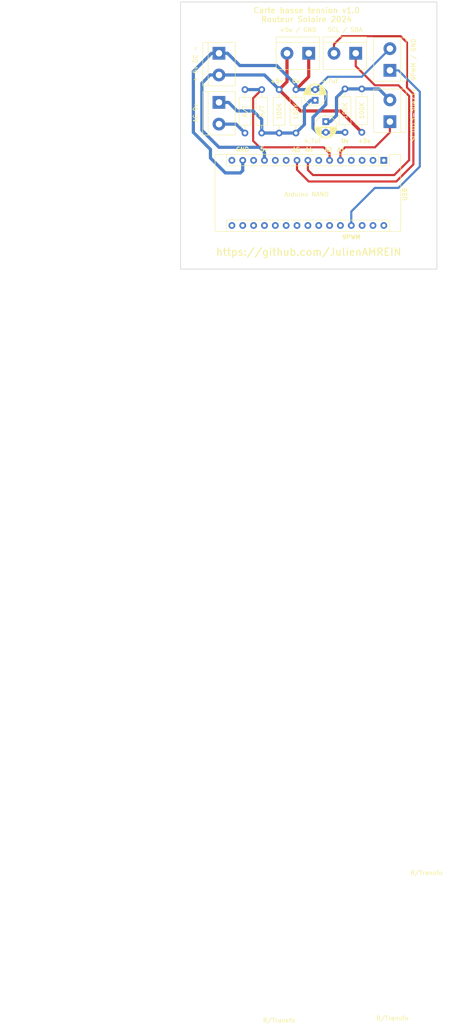
<source format=kicad_pcb>
(kicad_pcb (version 20171130) (host pcbnew 5.0.2+dfsg1-1+deb10u1)

  (general
    (thickness 1.6)
    (drawings 18)
    (tracks 106)
    (zones 0)
    (modules 22)
    (nets 1)
  )

  (page A4)
  (layers
    (0 F.Cu signal)
    (31 B.Cu signal)
    (32 B.Adhes user)
    (33 F.Adhes user)
    (34 B.Paste user)
    (35 F.Paste user)
    (36 B.SilkS user)
    (37 F.SilkS user)
    (38 B.Mask user)
    (39 F.Mask user)
    (40 Dwgs.User user)
    (41 Cmts.User user)
    (42 Eco1.User user)
    (43 Eco2.User user)
    (44 Edge.Cuts user)
    (45 Margin user)
    (46 B.CrtYd user)
    (47 F.CrtYd user)
    (48 B.Fab user hide)
    (49 F.Fab user hide)
  )

  (setup
    (last_trace_width 0.25)
    (trace_clearance 0.2)
    (zone_clearance 0.508)
    (zone_45_only no)
    (trace_min 0.2)
    (segment_width 0.2)
    (edge_width 0.15)
    (via_size 0.8)
    (via_drill 0.4)
    (via_min_size 0.4)
    (via_min_drill 0.3)
    (uvia_size 0.3)
    (uvia_drill 0.1)
    (uvias_allowed no)
    (uvia_min_size 0.2)
    (uvia_min_drill 0.1)
    (pcb_text_width 0.3)
    (pcb_text_size 1.5 1.5)
    (mod_edge_width 0.15)
    (mod_text_size 1 1)
    (mod_text_width 0.15)
    (pad_size 1.524 1.524)
    (pad_drill 0.762)
    (pad_to_mask_clearance 0.051)
    (solder_mask_min_width 0.25)
    (aux_axis_origin 0 0)
    (visible_elements FFFFFF7F)
    (pcbplotparams
      (layerselection 0x010f0_ffffffff)
      (usegerberextensions true)
      (usegerberattributes false)
      (usegerberadvancedattributes false)
      (creategerberjobfile false)
      (excludeedgelayer true)
      (linewidth 0.150000)
      (plotframeref false)
      (viasonmask false)
      (mode 1)
      (useauxorigin false)
      (hpglpennumber 1)
      (hpglpenspeed 20)
      (hpglpendiameter 15.000000)
      (psnegative false)
      (psa4output false)
      (plotreference true)
      (plotvalue true)
      (plotinvisibletext false)
      (padsonsilk false)
      (subtractmaskfromsilk false)
      (outputformat 1)
      (mirror false)
      (drillshape 0)
      (scaleselection 1)
      (outputdirectory "Gerber/"))
  )

  (net 0 "")

  (net_class Default "Ceci est la Netclass par défaut."
    (clearance 0.2)
    (trace_width 0.25)
    (via_dia 0.8)
    (via_drill 0.4)
    (uvia_dia 0.3)
    (uvia_drill 0.1)
  )

  (module MountingHole:MountingHole_3.2mm_M3 (layer F.Cu) (tedit 655403FC) (tstamp 65606617)
    (at 91.5 68)
    (descr "Mounting Hole 3.2mm, no annular, M3")
    (tags "mounting hole 3.2mm no annular m3")
    (attr virtual)
    (fp_text reference "" (at 0 -4.2) (layer F.SilkS)
      (effects (font (size 1 1) (thickness 0.15)))
    )
    (fp_text value MountingHole_3.2mm_M3 (at 0 4.2) (layer F.Fab)
      (effects (font (size 1 1) (thickness 0.15)))
    )
    (fp_text user %R (at 0.3 0) (layer F.Fab)
      (effects (font (size 1 1) (thickness 0.15)))
    )
    (fp_circle (center 0 0) (end 3.2 0) (layer Cmts.User) (width 0.15))
    (fp_circle (center 0 0) (end 3.45 0) (layer F.CrtYd) (width 0.05))
    (pad 1 np_thru_hole circle (at 0 0) (size 3.2 3.2) (drill 3.2) (layers *.Cu *.Mask))
  )

  (module MountingHole:MountingHole_3.2mm_M3 (layer F.Cu) (tedit 655403FC) (tstamp 65606608)
    (at 143.5 68)
    (descr "Mounting Hole 3.2mm, no annular, M3")
    (tags "mounting hole 3.2mm no annular m3")
    (attr virtual)
    (fp_text reference "" (at 0 -4.2) (layer F.SilkS)
      (effects (font (size 1 1) (thickness 0.15)))
    )
    (fp_text value MountingHole_3.2mm_M3 (at 0 4.2) (layer F.Fab)
      (effects (font (size 1 1) (thickness 0.15)))
    )
    (fp_circle (center 0 0) (end 3.45 0) (layer F.CrtYd) (width 0.05))
    (fp_circle (center 0 0) (end 3.2 0) (layer Cmts.User) (width 0.15))
    (fp_text user %R (at 0.3 0) (layer F.Fab)
      (effects (font (size 1 1) (thickness 0.15)))
    )
    (pad 1 np_thru_hole circle (at 0 0) (size 3.2 3.2) (drill 3.2) (layers *.Cu *.Mask))
  )

  (module MountingHole:MountingHole_3.2mm_M3 (layer F.Cu) (tedit 655403FC) (tstamp 656065E7)
    (at 143.5 122.5)
    (descr "Mounting Hole 3.2mm, no annular, M3")
    (tags "mounting hole 3.2mm no annular m3")
    (attr virtual)
    (fp_text reference "" (at 0 -4.2) (layer F.SilkS)
      (effects (font (size 1 1) (thickness 0.15)))
    )
    (fp_text value MountingHole_3.2mm_M3 (at 0 4.2) (layer F.Fab)
      (effects (font (size 1 1) (thickness 0.15)))
    )
    (fp_text user %R (at 0.3 0) (layer F.Fab)
      (effects (font (size 1 1) (thickness 0.15)))
    )
    (fp_circle (center 0 0) (end 3.2 0) (layer Cmts.User) (width 0.15))
    (fp_circle (center 0 0) (end 3.45 0) (layer F.CrtYd) (width 0.05))
    (pad 1 np_thru_hole circle (at 0 0) (size 3.2 3.2) (drill 3.2) (layers *.Cu *.Mask))
  )

  (module TerminalBlock:TerminalBlock_bornier-2_P5.08mm (layer F.Cu) (tedit 6553FEA2) (tstamp 656062A3)
    (at 136.5 80 90)
    (descr "simple 2-pin terminal block, pitch 5.08mm, revamped version of bornier2")
    (tags "terminal block bornier2")
    (fp_text reference "9PWM / GND" (at 2.5 5.5 90) (layer F.SilkS)
      (effects (font (size 1 1) (thickness 0.15)))
    )
    (fp_text value TerminalBlock_bornier-2_P5.08mm (at 2.54 5.08 90) (layer F.Fab)
      (effects (font (size 1 1) (thickness 0.15)))
    )
    (fp_line (start 7.79 4) (end -2.71 4) (layer F.CrtYd) (width 0.05))
    (fp_line (start 7.79 4) (end 7.79 -4) (layer F.CrtYd) (width 0.05))
    (fp_line (start -2.71 -4) (end -2.71 4) (layer F.CrtYd) (width 0.05))
    (fp_line (start -2.71 -4) (end 7.79 -4) (layer F.CrtYd) (width 0.05))
    (fp_line (start -2.54 3.81) (end 7.62 3.81) (layer F.SilkS) (width 0.12))
    (fp_line (start -2.54 -3.81) (end -2.54 3.81) (layer F.SilkS) (width 0.12))
    (fp_line (start 7.62 -3.81) (end -2.54 -3.81) (layer F.SilkS) (width 0.12))
    (fp_line (start 7.62 3.81) (end 7.62 -3.81) (layer F.SilkS) (width 0.12))
    (fp_line (start 7.62 2.54) (end -2.54 2.54) (layer F.SilkS) (width 0.12))
    (fp_line (start 7.54 -3.75) (end -2.46 -3.75) (layer F.Fab) (width 0.1))
    (fp_line (start 7.54 3.75) (end 7.54 -3.75) (layer F.Fab) (width 0.1))
    (fp_line (start -2.46 3.75) (end 7.54 3.75) (layer F.Fab) (width 0.1))
    (fp_line (start -2.46 -3.75) (end -2.46 3.75) (layer F.Fab) (width 0.1))
    (fp_line (start -2.41 2.55) (end 7.49 2.55) (layer F.Fab) (width 0.1))
    (fp_text user %R (at 2.54 0 90) (layer F.Fab)
      (effects (font (size 1 1) (thickness 0.15)))
    )
    (pad 2 thru_hole circle (at 5.08 0 90) (size 3 3) (drill 1.52) (layers *.Cu *.Mask))
    (pad 1 thru_hole rect (at 0 0 90) (size 3 3) (drill 1.52) (layers *.Cu *.Mask))
    (model ${KISYS3DMOD}/TerminalBlock.3dshapes/TerminalBlock_bornier-2_P5.08mm.wrl
      (offset (xyz 2.539999961853027 0 0))
      (scale (xyz 1 1 1))
      (rotate (xyz 0 0 0))
    )
  )

  (module TerminalBlock:TerminalBlock_bornier-2_P5.08mm (layer F.Cu) (tedit 5F0F603C) (tstamp 6560627B)
    (at 128.5 76 180)
    (descr "simple 2-pin terminal block, pitch 5.08mm, revamped version of bornier2")
    (tags "terminal block bornier2")
    (fp_text reference "SCL / SDA" (at 2.5 5.5 180) (layer F.SilkS)
      (effects (font (size 1 1) (thickness 0.15)))
    )
    (fp_text value TerminalBlock_bornier-2_P5.08mm (at 2.54 5.08 180) (layer F.Fab)
      (effects (font (size 1 1) (thickness 0.15)))
    )
    (fp_text user %R (at 2.54 0 180) (layer F.Fab)
      (effects (font (size 1 1) (thickness 0.15)))
    )
    (fp_line (start -2.41 2.55) (end 7.49 2.55) (layer F.Fab) (width 0.1))
    (fp_line (start -2.46 -3.75) (end -2.46 3.75) (layer F.Fab) (width 0.1))
    (fp_line (start -2.46 3.75) (end 7.54 3.75) (layer F.Fab) (width 0.1))
    (fp_line (start 7.54 3.75) (end 7.54 -3.75) (layer F.Fab) (width 0.1))
    (fp_line (start 7.54 -3.75) (end -2.46 -3.75) (layer F.Fab) (width 0.1))
    (fp_line (start 7.62 2.54) (end -2.54 2.54) (layer F.SilkS) (width 0.12))
    (fp_line (start 7.62 3.81) (end 7.62 -3.81) (layer F.SilkS) (width 0.12))
    (fp_line (start 7.62 -3.81) (end -2.54 -3.81) (layer F.SilkS) (width 0.12))
    (fp_line (start -2.54 -3.81) (end -2.54 3.81) (layer F.SilkS) (width 0.12))
    (fp_line (start -2.54 3.81) (end 7.62 3.81) (layer F.SilkS) (width 0.12))
    (fp_line (start -2.71 -4) (end 7.79 -4) (layer F.CrtYd) (width 0.05))
    (fp_line (start -2.71 -4) (end -2.71 4) (layer F.CrtYd) (width 0.05))
    (fp_line (start 7.79 4) (end 7.79 -4) (layer F.CrtYd) (width 0.05))
    (fp_line (start 7.79 4) (end -2.71 4) (layer F.CrtYd) (width 0.05))
    (pad 1 thru_hole rect (at 0 0 180) (size 3 3) (drill 1.52) (layers *.Cu *.Mask))
    (pad 2 thru_hole circle (at 5.08 0 180) (size 3 3) (drill 1.52) (layers *.Cu *.Mask))
    (model ${KISYS3DMOD}/TerminalBlock.3dshapes/TerminalBlock_bornier-2_P5.08mm.wrl
      (offset (xyz 2.539999961853027 0 0))
      (scale (xyz 1 1 1))
      (rotate (xyz 0 0 0))
    )
  )

  (module TerminalBlock:TerminalBlock_bornier-2_P5.08mm (layer F.Cu) (tedit 6553F9EC) (tstamp 6560619D)
    (at 117.5 76 180)
    (descr "simple 2-pin terminal block, pitch 5.08mm, revamped version of bornier2")
    (tags "terminal block bornier2")
    (fp_text reference "+5v / GND" (at 2.5 5.5 180) (layer F.SilkS)
      (effects (font (size 1 1) (thickness 0.15)))
    )
    (fp_text value TerminalBlock_bornier-2_P5.08mm (at 2.54 5.08 180) (layer F.Fab)
      (effects (font (size 1 1) (thickness 0.15)))
    )
    (fp_line (start 7.79 4) (end -2.71 4) (layer F.CrtYd) (width 0.05))
    (fp_line (start 7.79 4) (end 7.79 -4) (layer F.CrtYd) (width 0.05))
    (fp_line (start -2.71 -4) (end -2.71 4) (layer F.CrtYd) (width 0.05))
    (fp_line (start -2.71 -4) (end 7.79 -4) (layer F.CrtYd) (width 0.05))
    (fp_line (start -2.54 3.81) (end 7.62 3.81) (layer F.SilkS) (width 0.12))
    (fp_line (start -2.54 -3.81) (end -2.54 3.81) (layer F.SilkS) (width 0.12))
    (fp_line (start 7.62 -3.81) (end -2.54 -3.81) (layer F.SilkS) (width 0.12))
    (fp_line (start 7.62 3.81) (end 7.62 -3.81) (layer F.SilkS) (width 0.12))
    (fp_line (start 7.62 2.54) (end -2.54 2.54) (layer F.SilkS) (width 0.12))
    (fp_line (start 7.54 -3.75) (end -2.46 -3.75) (layer F.Fab) (width 0.1))
    (fp_line (start 7.54 3.75) (end 7.54 -3.75) (layer F.Fab) (width 0.1))
    (fp_line (start -2.46 3.75) (end 7.54 3.75) (layer F.Fab) (width 0.1))
    (fp_line (start -2.46 -3.75) (end -2.46 3.75) (layer F.Fab) (width 0.1))
    (fp_line (start -2.41 2.55) (end 7.49 2.55) (layer F.Fab) (width 0.1))
    (fp_text user %R (at 2.54 0 180) (layer F.Fab)
      (effects (font (size 1 1) (thickness 0.15)))
    )
    (pad 2 thru_hole circle (at 5.08 0 180) (size 3 3) (drill 1.52) (layers *.Cu *.Mask))
    (pad 1 thru_hole rect (at 0 0 180) (size 3 3) (drill 1.52) (layers *.Cu *.Mask))
    (model ${KISYS3DMOD}/TerminalBlock.3dshapes/TerminalBlock_bornier-2_P5.08mm.wrl
      (offset (xyz 2.539999961853027 0 0))
      (scale (xyz 1 1 1))
      (rotate (xyz 0 0 0))
    )
  )

  (module TerminalBlock:TerminalBlock_bornier-2_P5.08mm (layer F.Cu) (tedit 6553F2BE) (tstamp 655401FC)
    (at 96.5 76 270)
    (descr "simple 2-pin terminal block, pitch 5.08mm, revamped version of bornier2")
    (tags "terminal block bornier2")
    (fp_text reference "+ 5v DC -" (at 2.5 5.5 270) (layer F.SilkS)
      (effects (font (size 1 1) (thickness 0.15)))
    )
    (fp_text value TerminalBlock_bornier-2_P5.08mm (at 2.54 5.08 270) (layer F.Fab)
      (effects (font (size 1 1) (thickness 0.15)))
    )
    (fp_text user %R (at 2.54 0 270) (layer F.Fab)
      (effects (font (size 1 1) (thickness 0.15)))
    )
    (fp_line (start -2.41 2.55) (end 7.49 2.55) (layer F.Fab) (width 0.1))
    (fp_line (start -2.46 -3.75) (end -2.46 3.75) (layer F.Fab) (width 0.1))
    (fp_line (start -2.46 3.75) (end 7.54 3.75) (layer F.Fab) (width 0.1))
    (fp_line (start 7.54 3.75) (end 7.54 -3.75) (layer F.Fab) (width 0.1))
    (fp_line (start 7.54 -3.75) (end -2.46 -3.75) (layer F.Fab) (width 0.1))
    (fp_line (start 7.62 2.54) (end -2.54 2.54) (layer F.SilkS) (width 0.12))
    (fp_line (start 7.62 3.81) (end 7.62 -3.81) (layer F.SilkS) (width 0.12))
    (fp_line (start 7.62 -3.81) (end -2.54 -3.81) (layer F.SilkS) (width 0.12))
    (fp_line (start -2.54 -3.81) (end -2.54 3.81) (layer F.SilkS) (width 0.12))
    (fp_line (start -2.54 3.81) (end 7.62 3.81) (layer F.SilkS) (width 0.12))
    (fp_line (start -2.71 -4) (end 7.79 -4) (layer F.CrtYd) (width 0.05))
    (fp_line (start -2.71 -4) (end -2.71 4) (layer F.CrtYd) (width 0.05))
    (fp_line (start 7.79 4) (end 7.79 -4) (layer F.CrtYd) (width 0.05))
    (fp_line (start 7.79 4) (end -2.71 4) (layer F.CrtYd) (width 0.05))
    (pad 1 thru_hole rect (at 0 0 270) (size 3 3) (drill 1.52) (layers *.Cu *.Mask))
    (pad 2 thru_hole circle (at 5.08 0 270) (size 3 3) (drill 1.52) (layers *.Cu *.Mask))
    (model ${KISYS3DMOD}/TerminalBlock.3dshapes/TerminalBlock_bornier-2_P5.08mm.wrl
      (offset (xyz 2.539999961853027 0 0))
      (scale (xyz 1 1 1))
      (rotate (xyz 0 0 0))
    )
  )

  (module TerminalBlock:TerminalBlock_bornier-2_P5.08mm (layer F.Cu) (tedit 655D2E02) (tstamp 655400F4)
    (at 96.5 87.5 270)
    (descr "simple 2-pin terminal block, pitch 5.08mm, revamped version of bornier2")
    (tags "terminal block bornier2")
    (fp_text reference "AC 9v" (at 2.5 5.5 270) (layer F.SilkS)
      (effects (font (size 1 1) (thickness 0.15)))
    )
    (fp_text value TerminalBlock_bornier-2_P5.08mm (at 2.54 5.08 270) (layer F.Fab)
      (effects (font (size 1 1) (thickness 0.15)))
    )
    (fp_line (start 7.79 4) (end -2.71 4) (layer F.CrtYd) (width 0.05))
    (fp_line (start 7.79 4) (end 7.79 -4) (layer F.CrtYd) (width 0.05))
    (fp_line (start -2.71 -4) (end -2.71 4) (layer F.CrtYd) (width 0.05))
    (fp_line (start -2.71 -4) (end 7.79 -4) (layer F.CrtYd) (width 0.05))
    (fp_line (start -2.54 3.81) (end 7.62 3.81) (layer F.SilkS) (width 0.12))
    (fp_line (start -2.54 -3.81) (end -2.54 3.81) (layer F.SilkS) (width 0.12))
    (fp_line (start 7.62 -3.81) (end -2.54 -3.81) (layer F.SilkS) (width 0.12))
    (fp_line (start 7.62 3.81) (end 7.62 -3.81) (layer F.SilkS) (width 0.12))
    (fp_line (start 7.62 2.54) (end -2.54 2.54) (layer F.SilkS) (width 0.12))
    (fp_line (start 7.54 -3.75) (end -2.46 -3.75) (layer F.Fab) (width 0.1))
    (fp_line (start 7.54 3.75) (end 7.54 -3.75) (layer F.Fab) (width 0.1))
    (fp_line (start -2.46 3.75) (end 7.54 3.75) (layer F.Fab) (width 0.1))
    (fp_line (start -2.46 -3.75) (end -2.46 3.75) (layer F.Fab) (width 0.1))
    (fp_line (start -2.41 2.55) (end 7.49 2.55) (layer F.Fab) (width 0.1))
    (fp_text user %R (at 2.54 0 270) (layer F.Fab)
      (effects (font (size 1 1) (thickness 0.15)))
    )
    (pad 2 thru_hole circle (at 5.08 0 270) (size 3 3) (drill 1.52) (layers *.Cu *.Mask))
    (pad 1 thru_hole rect (at 0 0 270) (size 3 3) (drill 1.52) (layers *.Cu *.Mask))
    (model ${KISYS3DMOD}/TerminalBlock.3dshapes/TerminalBlock_bornier-2_P5.08mm.wrl
      (offset (xyz 2.539999961853027 0 0))
      (scale (xyz 1 1 1))
      (rotate (xyz 0 0 0))
    )
  )

  (module Resistor_THT:R_Axial_DIN0207_L6.3mm_D2.5mm_P10.16mm_Horizontal (layer F.Cu) (tedit 630B3504) (tstamp 6553FD1A)
    (at 126 94.5 90)
    (descr "Resistor, Axial_DIN0207 series, Axial, Horizontal, pin pitch=10.16mm, 0.25W = 1/4W, length*diameter=6.3*2.5mm^2, http://cdn-reichelt.de/documents/datenblatt/B400/1_4W%23YAG.pdf")
    (tags "Resistor Axial_DIN0207 series Axial Horizontal pin pitch 10.16mm 0.25W = 1/4W length 6.3mm diameter 2.5mm")
    (fp_text reference 100K (at 5.08 0 90) (layer F.SilkS)
      (effects (font (size 1 1) (thickness 0.15)))
    )
    (fp_text value R_Axial_DIN0207_L6.3mm_D2.5mm_P10.16mm_Horizontal (at 5.08 2.37 90) (layer F.Fab)
      (effects (font (size 1 1) (thickness 0.15)))
    )
    (fp_line (start 1.93 -1.25) (end 1.93 1.25) (layer F.Fab) (width 0.1))
    (fp_line (start 1.93 1.25) (end 8.23 1.25) (layer F.Fab) (width 0.1))
    (fp_line (start 8.23 1.25) (end 8.23 -1.25) (layer F.Fab) (width 0.1))
    (fp_line (start 8.23 -1.25) (end 1.93 -1.25) (layer F.Fab) (width 0.1))
    (fp_line (start 0 0) (end 1.93 0) (layer F.Fab) (width 0.1))
    (fp_line (start 10.16 0) (end 8.23 0) (layer F.Fab) (width 0.1))
    (fp_line (start 1.81 -1.37) (end 1.81 1.37) (layer F.SilkS) (width 0.12))
    (fp_line (start 1.81 1.37) (end 8.35 1.37) (layer F.SilkS) (width 0.12))
    (fp_line (start 8.35 1.37) (end 8.35 -1.37) (layer F.SilkS) (width 0.12))
    (fp_line (start 8.35 -1.37) (end 1.81 -1.37) (layer F.SilkS) (width 0.12))
    (fp_line (start 1.04 0) (end 1.81 0) (layer F.SilkS) (width 0.12))
    (fp_line (start 9.12 0) (end 8.35 0) (layer F.SilkS) (width 0.12))
    (fp_line (start -1.05 -1.5) (end -1.05 1.5) (layer F.CrtYd) (width 0.05))
    (fp_line (start -1.05 1.5) (end 11.21 1.5) (layer F.CrtYd) (width 0.05))
    (fp_line (start 11.21 1.5) (end 11.21 -1.5) (layer F.CrtYd) (width 0.05))
    (fp_line (start 11.21 -1.5) (end -1.05 -1.5) (layer F.CrtYd) (width 0.05))
    (fp_text user %R (at 5.08 0 90) (layer F.Fab)
      (effects (font (size 1 1) (thickness 0.15)))
    )
    (pad 1 thru_hole circle (at 0 0 90) (size 1.6 1.6) (drill 0.8) (layers *.Cu *.Mask))
    (pad 2 thru_hole oval (at 10.16 0 90) (size 1.6 1.6) (drill 0.8) (layers *.Cu *.Mask))
    (model ${KISYS3DMOD}/Resistor_THT.3dshapes/R_Axial_DIN0207_L6.3mm_D2.5mm_P10.16mm_Horizontal.wrl
      (at (xyz 0 0 0))
      (scale (xyz 1 1 1))
      (rotate (xyz 0 0 0))
    )
  )

  (module TerminalBlock:TerminalBlock_bornier-2_P5.08mm (layer F.Cu) (tedit 6553FD35) (tstamp 6553FD00)
    (at 136.5 92 90)
    (descr "simple 2-pin terminal block, pitch 5.08mm, revamped version of bornier2")
    (tags "terminal block bornier2")
    (fp_text reference SCT013-30A/1v (at 1.5 5.5 90) (layer F.SilkS)
      (effects (font (size 1 1) (thickness 0.15)))
    )
    (fp_text value TerminalBlock_bornier-2_P5.08mm (at 2.54 5.08 90) (layer F.Fab)
      (effects (font (size 1 1) (thickness 0.15)))
    )
    (fp_text user %R (at 2.54 0 90) (layer F.Fab)
      (effects (font (size 1 1) (thickness 0.15)))
    )
    (fp_line (start -2.41 2.55) (end 7.49 2.55) (layer F.Fab) (width 0.1))
    (fp_line (start -2.46 -3.75) (end -2.46 3.75) (layer F.Fab) (width 0.1))
    (fp_line (start -2.46 3.75) (end 7.54 3.75) (layer F.Fab) (width 0.1))
    (fp_line (start 7.54 3.75) (end 7.54 -3.75) (layer F.Fab) (width 0.1))
    (fp_line (start 7.54 -3.75) (end -2.46 -3.75) (layer F.Fab) (width 0.1))
    (fp_line (start 7.62 2.54) (end -2.54 2.54) (layer F.SilkS) (width 0.12))
    (fp_line (start 7.62 3.81) (end 7.62 -3.81) (layer F.SilkS) (width 0.12))
    (fp_line (start 7.62 -3.81) (end -2.54 -3.81) (layer F.SilkS) (width 0.12))
    (fp_line (start -2.54 -3.81) (end -2.54 3.81) (layer F.SilkS) (width 0.12))
    (fp_line (start -2.54 3.81) (end 7.62 3.81) (layer F.SilkS) (width 0.12))
    (fp_line (start -2.71 -4) (end 7.79 -4) (layer F.CrtYd) (width 0.05))
    (fp_line (start -2.71 -4) (end -2.71 4) (layer F.CrtYd) (width 0.05))
    (fp_line (start 7.79 4) (end 7.79 -4) (layer F.CrtYd) (width 0.05))
    (fp_line (start 7.79 4) (end -2.71 4) (layer F.CrtYd) (width 0.05))
    (pad 1 thru_hole rect (at 0 0 90) (size 3 3) (drill 1.52) (layers *.Cu *.Mask))
    (pad 2 thru_hole circle (at 5.08 0 90) (size 3 3) (drill 1.52) (layers *.Cu *.Mask))
    (model ${KISYS3DMOD}/TerminalBlock.3dshapes/TerminalBlock_bornier-2_P5.08mm.wrl
      (offset (xyz 2.539999961853027 0 0))
      (scale (xyz 1 1 1))
      (rotate (xyz 0 0 0))
    )
  )

  (module Capacitor_THT:CP_Radial_D5.0mm_P2.50mm (layer F.Cu) (tedit 630B35CC) (tstamp 6553FC7B)
    (at 121.5 92 270)
    (descr "CP, Radial series, Radial, pin pitch=2.50mm, , diameter=5mm, Electrolytic Capacitor")
    (tags "CP Radial series Radial pin pitch 2.50mm  diameter 5mm Electrolytic Capacitor")
    (fp_text reference 4,7uF (at 4.5 3 180) (layer F.SilkS)
      (effects (font (size 1 1) (thickness 0.15)))
    )
    (fp_text value CP_Radial_D5.0mm_P2.50mm (at 1.25 3.75 270) (layer F.Fab)
      (effects (font (size 1 1) (thickness 0.15)))
    )
    (fp_circle (center 1.25 0) (end 3.75 0) (layer F.Fab) (width 0.1))
    (fp_circle (center 1.25 0) (end 3.87 0) (layer F.SilkS) (width 0.12))
    (fp_circle (center 1.25 0) (end 4 0) (layer F.CrtYd) (width 0.05))
    (fp_line (start -0.883605 -1.0875) (end -0.383605 -1.0875) (layer F.Fab) (width 0.1))
    (fp_line (start -0.633605 -1.3375) (end -0.633605 -0.8375) (layer F.Fab) (width 0.1))
    (fp_line (start 1.25 -2.58) (end 1.25 2.58) (layer F.SilkS) (width 0.12))
    (fp_line (start 1.29 -2.58) (end 1.29 2.58) (layer F.SilkS) (width 0.12))
    (fp_line (start 1.33 -2.579) (end 1.33 2.579) (layer F.SilkS) (width 0.12))
    (fp_line (start 1.37 -2.578) (end 1.37 2.578) (layer F.SilkS) (width 0.12))
    (fp_line (start 1.41 -2.576) (end 1.41 2.576) (layer F.SilkS) (width 0.12))
    (fp_line (start 1.45 -2.573) (end 1.45 2.573) (layer F.SilkS) (width 0.12))
    (fp_line (start 1.49 -2.569) (end 1.49 -1.04) (layer F.SilkS) (width 0.12))
    (fp_line (start 1.49 1.04) (end 1.49 2.569) (layer F.SilkS) (width 0.12))
    (fp_line (start 1.53 -2.565) (end 1.53 -1.04) (layer F.SilkS) (width 0.12))
    (fp_line (start 1.53 1.04) (end 1.53 2.565) (layer F.SilkS) (width 0.12))
    (fp_line (start 1.57 -2.561) (end 1.57 -1.04) (layer F.SilkS) (width 0.12))
    (fp_line (start 1.57 1.04) (end 1.57 2.561) (layer F.SilkS) (width 0.12))
    (fp_line (start 1.61 -2.556) (end 1.61 -1.04) (layer F.SilkS) (width 0.12))
    (fp_line (start 1.61 1.04) (end 1.61 2.556) (layer F.SilkS) (width 0.12))
    (fp_line (start 1.65 -2.55) (end 1.65 -1.04) (layer F.SilkS) (width 0.12))
    (fp_line (start 1.65 1.04) (end 1.65 2.55) (layer F.SilkS) (width 0.12))
    (fp_line (start 1.69 -2.543) (end 1.69 -1.04) (layer F.SilkS) (width 0.12))
    (fp_line (start 1.69 1.04) (end 1.69 2.543) (layer F.SilkS) (width 0.12))
    (fp_line (start 1.73 -2.536) (end 1.73 -1.04) (layer F.SilkS) (width 0.12))
    (fp_line (start 1.73 1.04) (end 1.73 2.536) (layer F.SilkS) (width 0.12))
    (fp_line (start 1.77 -2.528) (end 1.77 -1.04) (layer F.SilkS) (width 0.12))
    (fp_line (start 1.77 1.04) (end 1.77 2.528) (layer F.SilkS) (width 0.12))
    (fp_line (start 1.81 -2.52) (end 1.81 -1.04) (layer F.SilkS) (width 0.12))
    (fp_line (start 1.81 1.04) (end 1.81 2.52) (layer F.SilkS) (width 0.12))
    (fp_line (start 1.85 -2.511) (end 1.85 -1.04) (layer F.SilkS) (width 0.12))
    (fp_line (start 1.85 1.04) (end 1.85 2.511) (layer F.SilkS) (width 0.12))
    (fp_line (start 1.89 -2.501) (end 1.89 -1.04) (layer F.SilkS) (width 0.12))
    (fp_line (start 1.89 1.04) (end 1.89 2.501) (layer F.SilkS) (width 0.12))
    (fp_line (start 1.93 -2.491) (end 1.93 -1.04) (layer F.SilkS) (width 0.12))
    (fp_line (start 1.93 1.04) (end 1.93 2.491) (layer F.SilkS) (width 0.12))
    (fp_line (start 1.971 -2.48) (end 1.971 -1.04) (layer F.SilkS) (width 0.12))
    (fp_line (start 1.971 1.04) (end 1.971 2.48) (layer F.SilkS) (width 0.12))
    (fp_line (start 2.011 -2.468) (end 2.011 -1.04) (layer F.SilkS) (width 0.12))
    (fp_line (start 2.011 1.04) (end 2.011 2.468) (layer F.SilkS) (width 0.12))
    (fp_line (start 2.051 -2.455) (end 2.051 -1.04) (layer F.SilkS) (width 0.12))
    (fp_line (start 2.051 1.04) (end 2.051 2.455) (layer F.SilkS) (width 0.12))
    (fp_line (start 2.091 -2.442) (end 2.091 -1.04) (layer F.SilkS) (width 0.12))
    (fp_line (start 2.091 1.04) (end 2.091 2.442) (layer F.SilkS) (width 0.12))
    (fp_line (start 2.131 -2.428) (end 2.131 -1.04) (layer F.SilkS) (width 0.12))
    (fp_line (start 2.131 1.04) (end 2.131 2.428) (layer F.SilkS) (width 0.12))
    (fp_line (start 2.171 -2.414) (end 2.171 -1.04) (layer F.SilkS) (width 0.12))
    (fp_line (start 2.171 1.04) (end 2.171 2.414) (layer F.SilkS) (width 0.12))
    (fp_line (start 2.211 -2.398) (end 2.211 -1.04) (layer F.SilkS) (width 0.12))
    (fp_line (start 2.211 1.04) (end 2.211 2.398) (layer F.SilkS) (width 0.12))
    (fp_line (start 2.251 -2.382) (end 2.251 -1.04) (layer F.SilkS) (width 0.12))
    (fp_line (start 2.251 1.04) (end 2.251 2.382) (layer F.SilkS) (width 0.12))
    (fp_line (start 2.291 -2.365) (end 2.291 -1.04) (layer F.SilkS) (width 0.12))
    (fp_line (start 2.291 1.04) (end 2.291 2.365) (layer F.SilkS) (width 0.12))
    (fp_line (start 2.331 -2.348) (end 2.331 -1.04) (layer F.SilkS) (width 0.12))
    (fp_line (start 2.331 1.04) (end 2.331 2.348) (layer F.SilkS) (width 0.12))
    (fp_line (start 2.371 -2.329) (end 2.371 -1.04) (layer F.SilkS) (width 0.12))
    (fp_line (start 2.371 1.04) (end 2.371 2.329) (layer F.SilkS) (width 0.12))
    (fp_line (start 2.411 -2.31) (end 2.411 -1.04) (layer F.SilkS) (width 0.12))
    (fp_line (start 2.411 1.04) (end 2.411 2.31) (layer F.SilkS) (width 0.12))
    (fp_line (start 2.451 -2.29) (end 2.451 -1.04) (layer F.SilkS) (width 0.12))
    (fp_line (start 2.451 1.04) (end 2.451 2.29) (layer F.SilkS) (width 0.12))
    (fp_line (start 2.491 -2.268) (end 2.491 -1.04) (layer F.SilkS) (width 0.12))
    (fp_line (start 2.491 1.04) (end 2.491 2.268) (layer F.SilkS) (width 0.12))
    (fp_line (start 2.531 -2.247) (end 2.531 -1.04) (layer F.SilkS) (width 0.12))
    (fp_line (start 2.531 1.04) (end 2.531 2.247) (layer F.SilkS) (width 0.12))
    (fp_line (start 2.571 -2.224) (end 2.571 -1.04) (layer F.SilkS) (width 0.12))
    (fp_line (start 2.571 1.04) (end 2.571 2.224) (layer F.SilkS) (width 0.12))
    (fp_line (start 2.611 -2.2) (end 2.611 -1.04) (layer F.SilkS) (width 0.12))
    (fp_line (start 2.611 1.04) (end 2.611 2.2) (layer F.SilkS) (width 0.12))
    (fp_line (start 2.651 -2.175) (end 2.651 -1.04) (layer F.SilkS) (width 0.12))
    (fp_line (start 2.651 1.04) (end 2.651 2.175) (layer F.SilkS) (width 0.12))
    (fp_line (start 2.691 -2.149) (end 2.691 -1.04) (layer F.SilkS) (width 0.12))
    (fp_line (start 2.691 1.04) (end 2.691 2.149) (layer F.SilkS) (width 0.12))
    (fp_line (start 2.731 -2.122) (end 2.731 -1.04) (layer F.SilkS) (width 0.12))
    (fp_line (start 2.731 1.04) (end 2.731 2.122) (layer F.SilkS) (width 0.12))
    (fp_line (start 2.771 -2.095) (end 2.771 -1.04) (layer F.SilkS) (width 0.12))
    (fp_line (start 2.771 1.04) (end 2.771 2.095) (layer F.SilkS) (width 0.12))
    (fp_line (start 2.811 -2.065) (end 2.811 -1.04) (layer F.SilkS) (width 0.12))
    (fp_line (start 2.811 1.04) (end 2.811 2.065) (layer F.SilkS) (width 0.12))
    (fp_line (start 2.851 -2.035) (end 2.851 -1.04) (layer F.SilkS) (width 0.12))
    (fp_line (start 2.851 1.04) (end 2.851 2.035) (layer F.SilkS) (width 0.12))
    (fp_line (start 2.891 -2.004) (end 2.891 -1.04) (layer F.SilkS) (width 0.12))
    (fp_line (start 2.891 1.04) (end 2.891 2.004) (layer F.SilkS) (width 0.12))
    (fp_line (start 2.931 -1.971) (end 2.931 -1.04) (layer F.SilkS) (width 0.12))
    (fp_line (start 2.931 1.04) (end 2.931 1.971) (layer F.SilkS) (width 0.12))
    (fp_line (start 2.971 -1.937) (end 2.971 -1.04) (layer F.SilkS) (width 0.12))
    (fp_line (start 2.971 1.04) (end 2.971 1.937) (layer F.SilkS) (width 0.12))
    (fp_line (start 3.011 -1.901) (end 3.011 -1.04) (layer F.SilkS) (width 0.12))
    (fp_line (start 3.011 1.04) (end 3.011 1.901) (layer F.SilkS) (width 0.12))
    (fp_line (start 3.051 -1.864) (end 3.051 -1.04) (layer F.SilkS) (width 0.12))
    (fp_line (start 3.051 1.04) (end 3.051 1.864) (layer F.SilkS) (width 0.12))
    (fp_line (start 3.091 -1.826) (end 3.091 -1.04) (layer F.SilkS) (width 0.12))
    (fp_line (start 3.091 1.04) (end 3.091 1.826) (layer F.SilkS) (width 0.12))
    (fp_line (start 3.131 -1.785) (end 3.131 -1.04) (layer F.SilkS) (width 0.12))
    (fp_line (start 3.131 1.04) (end 3.131 1.785) (layer F.SilkS) (width 0.12))
    (fp_line (start 3.171 -1.743) (end 3.171 -1.04) (layer F.SilkS) (width 0.12))
    (fp_line (start 3.171 1.04) (end 3.171 1.743) (layer F.SilkS) (width 0.12))
    (fp_line (start 3.211 -1.699) (end 3.211 -1.04) (layer F.SilkS) (width 0.12))
    (fp_line (start 3.211 1.04) (end 3.211 1.699) (layer F.SilkS) (width 0.12))
    (fp_line (start 3.251 -1.653) (end 3.251 -1.04) (layer F.SilkS) (width 0.12))
    (fp_line (start 3.251 1.04) (end 3.251 1.653) (layer F.SilkS) (width 0.12))
    (fp_line (start 3.291 -1.605) (end 3.291 -1.04) (layer F.SilkS) (width 0.12))
    (fp_line (start 3.291 1.04) (end 3.291 1.605) (layer F.SilkS) (width 0.12))
    (fp_line (start 3.331 -1.554) (end 3.331 -1.04) (layer F.SilkS) (width 0.12))
    (fp_line (start 3.331 1.04) (end 3.331 1.554) (layer F.SilkS) (width 0.12))
    (fp_line (start 3.371 -1.5) (end 3.371 -1.04) (layer F.SilkS) (width 0.12))
    (fp_line (start 3.371 1.04) (end 3.371 1.5) (layer F.SilkS) (width 0.12))
    (fp_line (start 3.411 -1.443) (end 3.411 -1.04) (layer F.SilkS) (width 0.12))
    (fp_line (start 3.411 1.04) (end 3.411 1.443) (layer F.SilkS) (width 0.12))
    (fp_line (start 3.451 -1.383) (end 3.451 -1.04) (layer F.SilkS) (width 0.12))
    (fp_line (start 3.451 1.04) (end 3.451 1.383) (layer F.SilkS) (width 0.12))
    (fp_line (start 3.491 -1.319) (end 3.491 -1.04) (layer F.SilkS) (width 0.12))
    (fp_line (start 3.491 1.04) (end 3.491 1.319) (layer F.SilkS) (width 0.12))
    (fp_line (start 3.531 -1.251) (end 3.531 -1.04) (layer F.SilkS) (width 0.12))
    (fp_line (start 3.531 1.04) (end 3.531 1.251) (layer F.SilkS) (width 0.12))
    (fp_line (start 3.571 -1.178) (end 3.571 1.178) (layer F.SilkS) (width 0.12))
    (fp_line (start 3.611 -1.098) (end 3.611 1.098) (layer F.SilkS) (width 0.12))
    (fp_line (start 3.651 -1.011) (end 3.651 1.011) (layer F.SilkS) (width 0.12))
    (fp_line (start 3.691 -0.915) (end 3.691 0.915) (layer F.SilkS) (width 0.12))
    (fp_line (start 3.731 -0.805) (end 3.731 0.805) (layer F.SilkS) (width 0.12))
    (fp_line (start 3.771 -0.677) (end 3.771 0.677) (layer F.SilkS) (width 0.12))
    (fp_line (start 3.811 -0.518) (end 3.811 0.518) (layer F.SilkS) (width 0.12))
    (fp_line (start 3.851 -0.284) (end 3.851 0.284) (layer F.SilkS) (width 0.12))
    (fp_line (start -1.554775 -1.475) (end -1.054775 -1.475) (layer F.SilkS) (width 0.12))
    (fp_line (start -1.304775 -1.725) (end -1.304775 -1.225) (layer F.SilkS) (width 0.12))
    (fp_text user %R (at 1.25 0 270) (layer F.Fab)
      (effects (font (size 1 1) (thickness 0.15)))
    )
    (pad 1 thru_hole rect (at 0 0 270) (size 1.6 1.6) (drill 0.8) (layers *.Cu *.Mask))
    (pad 2 thru_hole circle (at 2.5 0 270) (size 1.6 1.6) (drill 0.8) (layers *.Cu *.Mask))
    (model ${KISYS3DMOD}/Capacitor_THT.3dshapes/CP_Radial_D5.0mm_P2.50mm.wrl
      (at (xyz 0 0 0))
      (scale (xyz 1 1 1))
      (rotate (xyz 0 0 0))
    )
  )

  (module Resistor_THT:R_Axial_DIN0207_L6.3mm_D2.5mm_P10.16mm_Horizontal (layer F.Cu) (tedit 630B34FE) (tstamp 6553FC5D)
    (at 129.923013 94.5 90)
    (descr "Resistor, Axial_DIN0207 series, Axial, Horizontal, pin pitch=10.16mm, 0.25W = 1/4W, length*diameter=6.3*2.5mm^2, http://cdn-reichelt.de/documents/datenblatt/B400/1_4W%23YAG.pdf")
    (tags "Resistor Axial_DIN0207 series Axial Horizontal pin pitch 10.16mm 0.25W = 1/4W length 6.3mm diameter 2.5mm")
    (fp_text reference 100K (at 5.08 0 90) (layer F.SilkS)
      (effects (font (size 1 1) (thickness 0.15)))
    )
    (fp_text value R_Axial_DIN0207_L6.3mm_D2.5mm_P10.16mm_Horizontal (at 5.08 2.37 90) (layer F.Fab)
      (effects (font (size 1 1) (thickness 0.15)))
    )
    (fp_line (start 1.93 -1.25) (end 1.93 1.25) (layer F.Fab) (width 0.1))
    (fp_line (start 1.93 1.25) (end 8.23 1.25) (layer F.Fab) (width 0.1))
    (fp_line (start 8.23 1.25) (end 8.23 -1.25) (layer F.Fab) (width 0.1))
    (fp_line (start 8.23 -1.25) (end 1.93 -1.25) (layer F.Fab) (width 0.1))
    (fp_line (start 0 0) (end 1.93 0) (layer F.Fab) (width 0.1))
    (fp_line (start 10.16 0) (end 8.23 0) (layer F.Fab) (width 0.1))
    (fp_line (start 1.81 -1.37) (end 1.81 1.37) (layer F.SilkS) (width 0.12))
    (fp_line (start 1.81 1.37) (end 8.35 1.37) (layer F.SilkS) (width 0.12))
    (fp_line (start 8.35 1.37) (end 8.35 -1.37) (layer F.SilkS) (width 0.12))
    (fp_line (start 8.35 -1.37) (end 1.81 -1.37) (layer F.SilkS) (width 0.12))
    (fp_line (start 1.04 0) (end 1.81 0) (layer F.SilkS) (width 0.12))
    (fp_line (start 9.12 0) (end 8.35 0) (layer F.SilkS) (width 0.12))
    (fp_line (start -1.05 -1.5) (end -1.05 1.5) (layer F.CrtYd) (width 0.05))
    (fp_line (start -1.05 1.5) (end 11.21 1.5) (layer F.CrtYd) (width 0.05))
    (fp_line (start 11.21 1.5) (end 11.21 -1.5) (layer F.CrtYd) (width 0.05))
    (fp_line (start 11.21 -1.5) (end -1.05 -1.5) (layer F.CrtYd) (width 0.05))
    (fp_text user %R (at 5.08 0 90) (layer F.Fab)
      (effects (font (size 1 1) (thickness 0.15)))
    )
    (pad 1 thru_hole circle (at 0 0 90) (size 1.6 1.6) (drill 0.8) (layers *.Cu *.Mask))
    (pad 2 thru_hole oval (at 10.16 0 90) (size 1.6 1.6) (drill 0.8) (layers *.Cu *.Mask))
    (model ${KISYS3DMOD}/Resistor_THT.3dshapes/R_Axial_DIN0207_L6.3mm_D2.5mm_P10.16mm_Horizontal.wrl
      (at (xyz 0 0 0))
      (scale (xyz 1 1 1))
      (rotate (xyz 0 0 0))
    )
  )

  (module Resistor_THT:R_Axial_DIN0207_L6.3mm_D2.5mm_P10.16mm_Horizontal (layer F.Cu) (tedit 6553EF81) (tstamp 6553FBA6)
    (at 102.576987 84.5 270)
    (descr "Resistor, Axial_DIN0207 series, Axial, Horizontal, pin pitch=10.16mm, 0.25W = 1/4W, length*diameter=6.3*2.5mm^2, http://cdn-reichelt.de/documents/datenblatt/B400/1_4W%23YAG.pdf")
    (tags "Resistor Axial_DIN0207 series Axial Horizontal pin pitch 10.16mm 0.25W = 1/4W length 6.3mm diameter 2.5mm")
    (fp_text reference R/T (at 5.08 0 270) (layer F.SilkS)
      (effects (font (size 1 1) (thickness 0.15)))
    )
    (fp_text value R_Axial_DIN0207_L6.3mm_D2.5mm_P10.16mm_Horizontal (at 5.08 2.37 270) (layer F.Fab)
      (effects (font (size 1 1) (thickness 0.15)))
    )
    (fp_text user %R (at 5.08 0 270) (layer F.Fab)
      (effects (font (size 1 1) (thickness 0.15)))
    )
    (fp_line (start 11.21 -1.5) (end -1.05 -1.5) (layer F.CrtYd) (width 0.05))
    (fp_line (start 11.21 1.5) (end 11.21 -1.5) (layer F.CrtYd) (width 0.05))
    (fp_line (start -1.05 1.5) (end 11.21 1.5) (layer F.CrtYd) (width 0.05))
    (fp_line (start -1.05 -1.5) (end -1.05 1.5) (layer F.CrtYd) (width 0.05))
    (fp_line (start 9.12 0) (end 8.35 0) (layer F.SilkS) (width 0.12))
    (fp_line (start 1.04 0) (end 1.81 0) (layer F.SilkS) (width 0.12))
    (fp_line (start 8.35 -1.37) (end 1.81 -1.37) (layer F.SilkS) (width 0.12))
    (fp_line (start 8.35 1.37) (end 8.35 -1.37) (layer F.SilkS) (width 0.12))
    (fp_line (start 1.81 1.37) (end 8.35 1.37) (layer F.SilkS) (width 0.12))
    (fp_line (start 1.81 -1.37) (end 1.81 1.37) (layer F.SilkS) (width 0.12))
    (fp_line (start 10.16 0) (end 8.23 0) (layer F.Fab) (width 0.1))
    (fp_line (start 0 0) (end 1.93 0) (layer F.Fab) (width 0.1))
    (fp_line (start 8.23 -1.25) (end 1.93 -1.25) (layer F.Fab) (width 0.1))
    (fp_line (start 8.23 1.25) (end 8.23 -1.25) (layer F.Fab) (width 0.1))
    (fp_line (start 1.93 1.25) (end 8.23 1.25) (layer F.Fab) (width 0.1))
    (fp_line (start 1.93 -1.25) (end 1.93 1.25) (layer F.Fab) (width 0.1))
    (pad 2 thru_hole oval (at 10.16 0 270) (size 1.6 1.6) (drill 0.8) (layers *.Cu *.Mask))
    (pad 1 thru_hole circle (at 0 0 270) (size 1.6 1.6) (drill 0.8) (layers *.Cu *.Mask))
    (model ${KISYS3DMOD}/Resistor_THT.3dshapes/R_Axial_DIN0207_L6.3mm_D2.5mm_P10.16mm_Horizontal.wrl
      (at (xyz 0 0 0))
      (scale (xyz 1 1 1))
      (rotate (xyz 0 0 0))
    )
  )

  (module Resistor_THT:R_Axial_DIN0207_L6.3mm_D2.5mm_P10.16mm_Horizontal (layer F.Cu) (tedit 6553EF91) (tstamp 6553FB90)
    (at 106.5 84.5 270)
    (descr "Resistor, Axial_DIN0207 series, Axial, Horizontal, pin pitch=10.16mm, 0.25W = 1/4W, length*diameter=6.3*2.5mm^2, http://cdn-reichelt.de/documents/datenblatt/B400/1_4W%23YAG.pdf")
    (tags "Resistor Axial_DIN0207 series Axial Horizontal pin pitch 10.16mm 0.25W = 1/4W length 6.3mm diameter 2.5mm")
    (fp_text reference R/T (at 5.08 0 270) (layer F.SilkS)
      (effects (font (size 1 1) (thickness 0.15)))
    )
    (fp_text value R_Axial_DIN0207_L6.3mm_D2.5mm_P10.16mm_Horizontal (at 5.08 2.37 270) (layer F.Fab)
      (effects (font (size 1 1) (thickness 0.15)))
    )
    (fp_text user %R (at 5.08 0 270) (layer F.Fab)
      (effects (font (size 1 1) (thickness 0.15)))
    )
    (fp_line (start 11.21 -1.5) (end -1.05 -1.5) (layer F.CrtYd) (width 0.05))
    (fp_line (start 11.21 1.5) (end 11.21 -1.5) (layer F.CrtYd) (width 0.05))
    (fp_line (start -1.05 1.5) (end 11.21 1.5) (layer F.CrtYd) (width 0.05))
    (fp_line (start -1.05 -1.5) (end -1.05 1.5) (layer F.CrtYd) (width 0.05))
    (fp_line (start 9.12 0) (end 8.35 0) (layer F.SilkS) (width 0.12))
    (fp_line (start 1.04 0) (end 1.81 0) (layer F.SilkS) (width 0.12))
    (fp_line (start 8.35 -1.37) (end 1.81 -1.37) (layer F.SilkS) (width 0.12))
    (fp_line (start 8.35 1.37) (end 8.35 -1.37) (layer F.SilkS) (width 0.12))
    (fp_line (start 1.81 1.37) (end 8.35 1.37) (layer F.SilkS) (width 0.12))
    (fp_line (start 1.81 -1.37) (end 1.81 1.37) (layer F.SilkS) (width 0.12))
    (fp_line (start 10.16 0) (end 8.23 0) (layer F.Fab) (width 0.1))
    (fp_line (start 0 0) (end 1.93 0) (layer F.Fab) (width 0.1))
    (fp_line (start 8.23 -1.25) (end 1.93 -1.25) (layer F.Fab) (width 0.1))
    (fp_line (start 8.23 1.25) (end 8.23 -1.25) (layer F.Fab) (width 0.1))
    (fp_line (start 1.93 1.25) (end 8.23 1.25) (layer F.Fab) (width 0.1))
    (fp_line (start 1.93 -1.25) (end 1.93 1.25) (layer F.Fab) (width 0.1))
    (pad 2 thru_hole oval (at 10.16 0 270) (size 1.6 1.6) (drill 0.8) (layers *.Cu *.Mask))
    (pad 1 thru_hole circle (at 0 0 270) (size 1.6 1.6) (drill 0.8) (layers *.Cu *.Mask))
    (model ${KISYS3DMOD}/Resistor_THT.3dshapes/R_Axial_DIN0207_L6.3mm_D2.5mm_P10.16mm_Horizontal.wrl
      (at (xyz 0 0 0))
      (scale (xyz 1 1 1))
      (rotate (xyz 0 0 0))
    )
  )

  (module Resistor_THT:R_Axial_DIN0207_L6.3mm_D2.5mm_P10.16mm_Horizontal (layer F.Cu) (tedit 630B3504) (tstamp 6553F58A)
    (at 114.5 84.5 270)
    (descr "Resistor, Axial_DIN0207 series, Axial, Horizontal, pin pitch=10.16mm, 0.25W = 1/4W, length*diameter=6.3*2.5mm^2, http://cdn-reichelt.de/documents/datenblatt/B400/1_4W%23YAG.pdf")
    (tags "Resistor Axial_DIN0207 series Axial Horizontal pin pitch 10.16mm 0.25W = 1/4W length 6.3mm diameter 2.5mm")
    (fp_text reference 100K (at 5.08 0 270) (layer F.SilkS)
      (effects (font (size 1 1) (thickness 0.15)))
    )
    (fp_text value R_Axial_DIN0207_L6.3mm_D2.5mm_P10.16mm_Horizontal (at 5.08 2.37 270) (layer F.Fab)
      (effects (font (size 1 1) (thickness 0.15)))
    )
    (fp_line (start 1.93 -1.25) (end 1.93 1.25) (layer F.Fab) (width 0.1))
    (fp_line (start 1.93 1.25) (end 8.23 1.25) (layer F.Fab) (width 0.1))
    (fp_line (start 8.23 1.25) (end 8.23 -1.25) (layer F.Fab) (width 0.1))
    (fp_line (start 8.23 -1.25) (end 1.93 -1.25) (layer F.Fab) (width 0.1))
    (fp_line (start 0 0) (end 1.93 0) (layer F.Fab) (width 0.1))
    (fp_line (start 10.16 0) (end 8.23 0) (layer F.Fab) (width 0.1))
    (fp_line (start 1.81 -1.37) (end 1.81 1.37) (layer F.SilkS) (width 0.12))
    (fp_line (start 1.81 1.37) (end 8.35 1.37) (layer F.SilkS) (width 0.12))
    (fp_line (start 8.35 1.37) (end 8.35 -1.37) (layer F.SilkS) (width 0.12))
    (fp_line (start 8.35 -1.37) (end 1.81 -1.37) (layer F.SilkS) (width 0.12))
    (fp_line (start 1.04 0) (end 1.81 0) (layer F.SilkS) (width 0.12))
    (fp_line (start 9.12 0) (end 8.35 0) (layer F.SilkS) (width 0.12))
    (fp_line (start -1.05 -1.5) (end -1.05 1.5) (layer F.CrtYd) (width 0.05))
    (fp_line (start -1.05 1.5) (end 11.21 1.5) (layer F.CrtYd) (width 0.05))
    (fp_line (start 11.21 1.5) (end 11.21 -1.5) (layer F.CrtYd) (width 0.05))
    (fp_line (start 11.21 -1.5) (end -1.05 -1.5) (layer F.CrtYd) (width 0.05))
    (fp_text user %R (at 5.08 0 270) (layer F.Fab)
      (effects (font (size 1 1) (thickness 0.15)))
    )
    (pad 1 thru_hole circle (at 0 0 270) (size 1.6 1.6) (drill 0.8) (layers *.Cu *.Mask))
    (pad 2 thru_hole oval (at 10.16 0 270) (size 1.6 1.6) (drill 0.8) (layers *.Cu *.Mask))
    (model ${KISYS3DMOD}/Resistor_THT.3dshapes/R_Axial_DIN0207_L6.3mm_D2.5mm_P10.16mm_Horizontal.wrl
      (at (xyz 0 0 0))
      (scale (xyz 1 1 1))
      (rotate (xyz 0 0 0))
    )
  )

  (module Capacitor_THT:CP_Radial_D5.0mm_P2.50mm (layer F.Cu) (tedit 630B35CC) (tstamp 6553F4F1)
    (at 119 87 90)
    (descr "CP, Radial series, Radial, pin pitch=2.50mm, , diameter=5mm, Electrolytic Capacitor")
    (tags "CP Radial series Radial pin pitch 2.50mm  diameter 5mm Electrolytic Capacitor")
    (fp_text reference 4,7uF (at 4.5 3.5) (layer F.SilkS)
      (effects (font (size 1 1) (thickness 0.15)))
    )
    (fp_text value CP_Radial_D5.0mm_P2.50mm (at 1.25 3.75 90) (layer F.Fab)
      (effects (font (size 1 1) (thickness 0.15)))
    )
    (fp_circle (center 1.25 0) (end 3.75 0) (layer F.Fab) (width 0.1))
    (fp_circle (center 1.25 0) (end 3.87 0) (layer F.SilkS) (width 0.12))
    (fp_circle (center 1.25 0) (end 4 0) (layer F.CrtYd) (width 0.05))
    (fp_line (start -0.883605 -1.0875) (end -0.383605 -1.0875) (layer F.Fab) (width 0.1))
    (fp_line (start -0.633605 -1.3375) (end -0.633605 -0.8375) (layer F.Fab) (width 0.1))
    (fp_line (start 1.25 -2.58) (end 1.25 2.58) (layer F.SilkS) (width 0.12))
    (fp_line (start 1.29 -2.58) (end 1.29 2.58) (layer F.SilkS) (width 0.12))
    (fp_line (start 1.33 -2.579) (end 1.33 2.579) (layer F.SilkS) (width 0.12))
    (fp_line (start 1.37 -2.578) (end 1.37 2.578) (layer F.SilkS) (width 0.12))
    (fp_line (start 1.41 -2.576) (end 1.41 2.576) (layer F.SilkS) (width 0.12))
    (fp_line (start 1.45 -2.573) (end 1.45 2.573) (layer F.SilkS) (width 0.12))
    (fp_line (start 1.49 -2.569) (end 1.49 -1.04) (layer F.SilkS) (width 0.12))
    (fp_line (start 1.49 1.04) (end 1.49 2.569) (layer F.SilkS) (width 0.12))
    (fp_line (start 1.53 -2.565) (end 1.53 -1.04) (layer F.SilkS) (width 0.12))
    (fp_line (start 1.53 1.04) (end 1.53 2.565) (layer F.SilkS) (width 0.12))
    (fp_line (start 1.57 -2.561) (end 1.57 -1.04) (layer F.SilkS) (width 0.12))
    (fp_line (start 1.57 1.04) (end 1.57 2.561) (layer F.SilkS) (width 0.12))
    (fp_line (start 1.61 -2.556) (end 1.61 -1.04) (layer F.SilkS) (width 0.12))
    (fp_line (start 1.61 1.04) (end 1.61 2.556) (layer F.SilkS) (width 0.12))
    (fp_line (start 1.65 -2.55) (end 1.65 -1.04) (layer F.SilkS) (width 0.12))
    (fp_line (start 1.65 1.04) (end 1.65 2.55) (layer F.SilkS) (width 0.12))
    (fp_line (start 1.69 -2.543) (end 1.69 -1.04) (layer F.SilkS) (width 0.12))
    (fp_line (start 1.69 1.04) (end 1.69 2.543) (layer F.SilkS) (width 0.12))
    (fp_line (start 1.73 -2.536) (end 1.73 -1.04) (layer F.SilkS) (width 0.12))
    (fp_line (start 1.73 1.04) (end 1.73 2.536) (layer F.SilkS) (width 0.12))
    (fp_line (start 1.77 -2.528) (end 1.77 -1.04) (layer F.SilkS) (width 0.12))
    (fp_line (start 1.77 1.04) (end 1.77 2.528) (layer F.SilkS) (width 0.12))
    (fp_line (start 1.81 -2.52) (end 1.81 -1.04) (layer F.SilkS) (width 0.12))
    (fp_line (start 1.81 1.04) (end 1.81 2.52) (layer F.SilkS) (width 0.12))
    (fp_line (start 1.85 -2.511) (end 1.85 -1.04) (layer F.SilkS) (width 0.12))
    (fp_line (start 1.85 1.04) (end 1.85 2.511) (layer F.SilkS) (width 0.12))
    (fp_line (start 1.89 -2.501) (end 1.89 -1.04) (layer F.SilkS) (width 0.12))
    (fp_line (start 1.89 1.04) (end 1.89 2.501) (layer F.SilkS) (width 0.12))
    (fp_line (start 1.93 -2.491) (end 1.93 -1.04) (layer F.SilkS) (width 0.12))
    (fp_line (start 1.93 1.04) (end 1.93 2.491) (layer F.SilkS) (width 0.12))
    (fp_line (start 1.971 -2.48) (end 1.971 -1.04) (layer F.SilkS) (width 0.12))
    (fp_line (start 1.971 1.04) (end 1.971 2.48) (layer F.SilkS) (width 0.12))
    (fp_line (start 2.011 -2.468) (end 2.011 -1.04) (layer F.SilkS) (width 0.12))
    (fp_line (start 2.011 1.04) (end 2.011 2.468) (layer F.SilkS) (width 0.12))
    (fp_line (start 2.051 -2.455) (end 2.051 -1.04) (layer F.SilkS) (width 0.12))
    (fp_line (start 2.051 1.04) (end 2.051 2.455) (layer F.SilkS) (width 0.12))
    (fp_line (start 2.091 -2.442) (end 2.091 -1.04) (layer F.SilkS) (width 0.12))
    (fp_line (start 2.091 1.04) (end 2.091 2.442) (layer F.SilkS) (width 0.12))
    (fp_line (start 2.131 -2.428) (end 2.131 -1.04) (layer F.SilkS) (width 0.12))
    (fp_line (start 2.131 1.04) (end 2.131 2.428) (layer F.SilkS) (width 0.12))
    (fp_line (start 2.171 -2.414) (end 2.171 -1.04) (layer F.SilkS) (width 0.12))
    (fp_line (start 2.171 1.04) (end 2.171 2.414) (layer F.SilkS) (width 0.12))
    (fp_line (start 2.211 -2.398) (end 2.211 -1.04) (layer F.SilkS) (width 0.12))
    (fp_line (start 2.211 1.04) (end 2.211 2.398) (layer F.SilkS) (width 0.12))
    (fp_line (start 2.251 -2.382) (end 2.251 -1.04) (layer F.SilkS) (width 0.12))
    (fp_line (start 2.251 1.04) (end 2.251 2.382) (layer F.SilkS) (width 0.12))
    (fp_line (start 2.291 -2.365) (end 2.291 -1.04) (layer F.SilkS) (width 0.12))
    (fp_line (start 2.291 1.04) (end 2.291 2.365) (layer F.SilkS) (width 0.12))
    (fp_line (start 2.331 -2.348) (end 2.331 -1.04) (layer F.SilkS) (width 0.12))
    (fp_line (start 2.331 1.04) (end 2.331 2.348) (layer F.SilkS) (width 0.12))
    (fp_line (start 2.371 -2.329) (end 2.371 -1.04) (layer F.SilkS) (width 0.12))
    (fp_line (start 2.371 1.04) (end 2.371 2.329) (layer F.SilkS) (width 0.12))
    (fp_line (start 2.411 -2.31) (end 2.411 -1.04) (layer F.SilkS) (width 0.12))
    (fp_line (start 2.411 1.04) (end 2.411 2.31) (layer F.SilkS) (width 0.12))
    (fp_line (start 2.451 -2.29) (end 2.451 -1.04) (layer F.SilkS) (width 0.12))
    (fp_line (start 2.451 1.04) (end 2.451 2.29) (layer F.SilkS) (width 0.12))
    (fp_line (start 2.491 -2.268) (end 2.491 -1.04) (layer F.SilkS) (width 0.12))
    (fp_line (start 2.491 1.04) (end 2.491 2.268) (layer F.SilkS) (width 0.12))
    (fp_line (start 2.531 -2.247) (end 2.531 -1.04) (layer F.SilkS) (width 0.12))
    (fp_line (start 2.531 1.04) (end 2.531 2.247) (layer F.SilkS) (width 0.12))
    (fp_line (start 2.571 -2.224) (end 2.571 -1.04) (layer F.SilkS) (width 0.12))
    (fp_line (start 2.571 1.04) (end 2.571 2.224) (layer F.SilkS) (width 0.12))
    (fp_line (start 2.611 -2.2) (end 2.611 -1.04) (layer F.SilkS) (width 0.12))
    (fp_line (start 2.611 1.04) (end 2.611 2.2) (layer F.SilkS) (width 0.12))
    (fp_line (start 2.651 -2.175) (end 2.651 -1.04) (layer F.SilkS) (width 0.12))
    (fp_line (start 2.651 1.04) (end 2.651 2.175) (layer F.SilkS) (width 0.12))
    (fp_line (start 2.691 -2.149) (end 2.691 -1.04) (layer F.SilkS) (width 0.12))
    (fp_line (start 2.691 1.04) (end 2.691 2.149) (layer F.SilkS) (width 0.12))
    (fp_line (start 2.731 -2.122) (end 2.731 -1.04) (layer F.SilkS) (width 0.12))
    (fp_line (start 2.731 1.04) (end 2.731 2.122) (layer F.SilkS) (width 0.12))
    (fp_line (start 2.771 -2.095) (end 2.771 -1.04) (layer F.SilkS) (width 0.12))
    (fp_line (start 2.771 1.04) (end 2.771 2.095) (layer F.SilkS) (width 0.12))
    (fp_line (start 2.811 -2.065) (end 2.811 -1.04) (layer F.SilkS) (width 0.12))
    (fp_line (start 2.811 1.04) (end 2.811 2.065) (layer F.SilkS) (width 0.12))
    (fp_line (start 2.851 -2.035) (end 2.851 -1.04) (layer F.SilkS) (width 0.12))
    (fp_line (start 2.851 1.04) (end 2.851 2.035) (layer F.SilkS) (width 0.12))
    (fp_line (start 2.891 -2.004) (end 2.891 -1.04) (layer F.SilkS) (width 0.12))
    (fp_line (start 2.891 1.04) (end 2.891 2.004) (layer F.SilkS) (width 0.12))
    (fp_line (start 2.931 -1.971) (end 2.931 -1.04) (layer F.SilkS) (width 0.12))
    (fp_line (start 2.931 1.04) (end 2.931 1.971) (layer F.SilkS) (width 0.12))
    (fp_line (start 2.971 -1.937) (end 2.971 -1.04) (layer F.SilkS) (width 0.12))
    (fp_line (start 2.971 1.04) (end 2.971 1.937) (layer F.SilkS) (width 0.12))
    (fp_line (start 3.011 -1.901) (end 3.011 -1.04) (layer F.SilkS) (width 0.12))
    (fp_line (start 3.011 1.04) (end 3.011 1.901) (layer F.SilkS) (width 0.12))
    (fp_line (start 3.051 -1.864) (end 3.051 -1.04) (layer F.SilkS) (width 0.12))
    (fp_line (start 3.051 1.04) (end 3.051 1.864) (layer F.SilkS) (width 0.12))
    (fp_line (start 3.091 -1.826) (end 3.091 -1.04) (layer F.SilkS) (width 0.12))
    (fp_line (start 3.091 1.04) (end 3.091 1.826) (layer F.SilkS) (width 0.12))
    (fp_line (start 3.131 -1.785) (end 3.131 -1.04) (layer F.SilkS) (width 0.12))
    (fp_line (start 3.131 1.04) (end 3.131 1.785) (layer F.SilkS) (width 0.12))
    (fp_line (start 3.171 -1.743) (end 3.171 -1.04) (layer F.SilkS) (width 0.12))
    (fp_line (start 3.171 1.04) (end 3.171 1.743) (layer F.SilkS) (width 0.12))
    (fp_line (start 3.211 -1.699) (end 3.211 -1.04) (layer F.SilkS) (width 0.12))
    (fp_line (start 3.211 1.04) (end 3.211 1.699) (layer F.SilkS) (width 0.12))
    (fp_line (start 3.251 -1.653) (end 3.251 -1.04) (layer F.SilkS) (width 0.12))
    (fp_line (start 3.251 1.04) (end 3.251 1.653) (layer F.SilkS) (width 0.12))
    (fp_line (start 3.291 -1.605) (end 3.291 -1.04) (layer F.SilkS) (width 0.12))
    (fp_line (start 3.291 1.04) (end 3.291 1.605) (layer F.SilkS) (width 0.12))
    (fp_line (start 3.331 -1.554) (end 3.331 -1.04) (layer F.SilkS) (width 0.12))
    (fp_line (start 3.331 1.04) (end 3.331 1.554) (layer F.SilkS) (width 0.12))
    (fp_line (start 3.371 -1.5) (end 3.371 -1.04) (layer F.SilkS) (width 0.12))
    (fp_line (start 3.371 1.04) (end 3.371 1.5) (layer F.SilkS) (width 0.12))
    (fp_line (start 3.411 -1.443) (end 3.411 -1.04) (layer F.SilkS) (width 0.12))
    (fp_line (start 3.411 1.04) (end 3.411 1.443) (layer F.SilkS) (width 0.12))
    (fp_line (start 3.451 -1.383) (end 3.451 -1.04) (layer F.SilkS) (width 0.12))
    (fp_line (start 3.451 1.04) (end 3.451 1.383) (layer F.SilkS) (width 0.12))
    (fp_line (start 3.491 -1.319) (end 3.491 -1.04) (layer F.SilkS) (width 0.12))
    (fp_line (start 3.491 1.04) (end 3.491 1.319) (layer F.SilkS) (width 0.12))
    (fp_line (start 3.531 -1.251) (end 3.531 -1.04) (layer F.SilkS) (width 0.12))
    (fp_line (start 3.531 1.04) (end 3.531 1.251) (layer F.SilkS) (width 0.12))
    (fp_line (start 3.571 -1.178) (end 3.571 1.178) (layer F.SilkS) (width 0.12))
    (fp_line (start 3.611 -1.098) (end 3.611 1.098) (layer F.SilkS) (width 0.12))
    (fp_line (start 3.651 -1.011) (end 3.651 1.011) (layer F.SilkS) (width 0.12))
    (fp_line (start 3.691 -0.915) (end 3.691 0.915) (layer F.SilkS) (width 0.12))
    (fp_line (start 3.731 -0.805) (end 3.731 0.805) (layer F.SilkS) (width 0.12))
    (fp_line (start 3.771 -0.677) (end 3.771 0.677) (layer F.SilkS) (width 0.12))
    (fp_line (start 3.811 -0.518) (end 3.811 0.518) (layer F.SilkS) (width 0.12))
    (fp_line (start 3.851 -0.284) (end 3.851 0.284) (layer F.SilkS) (width 0.12))
    (fp_line (start -1.554775 -1.475) (end -1.054775 -1.475) (layer F.SilkS) (width 0.12))
    (fp_line (start -1.304775 -1.725) (end -1.304775 -1.225) (layer F.SilkS) (width 0.12))
    (fp_text user %R (at 1.25 0 90) (layer F.Fab)
      (effects (font (size 1 1) (thickness 0.15)))
    )
    (pad 1 thru_hole rect (at 0 0 90) (size 1.6 1.6) (drill 0.8) (layers *.Cu *.Mask))
    (pad 2 thru_hole circle (at 2.5 0 90) (size 1.6 1.6) (drill 0.8) (layers *.Cu *.Mask))
    (model ${KISYS3DMOD}/Capacitor_THT.3dshapes/CP_Radial_D5.0mm_P2.50mm.wrl
      (at (xyz 0 0 0))
      (scale (xyz 1 1 1))
      (rotate (xyz 0 0 0))
    )
  )

  (module Resistor_THT:R_Axial_DIN0207_L6.3mm_D2.5mm_P10.16mm_Horizontal (layer F.Cu) (tedit 630B34FE) (tstamp 6553F4D3)
    (at 110.576987 84.5 270)
    (descr "Resistor, Axial_DIN0207 series, Axial, Horizontal, pin pitch=10.16mm, 0.25W = 1/4W, length*diameter=6.3*2.5mm^2, http://cdn-reichelt.de/documents/datenblatt/B400/1_4W%23YAG.pdf")
    (tags "Resistor Axial_DIN0207 series Axial Horizontal pin pitch 10.16mm 0.25W = 1/4W length 6.3mm diameter 2.5mm")
    (fp_text reference 100K (at 5.08 0 270) (layer F.SilkS)
      (effects (font (size 1 1) (thickness 0.15)))
    )
    (fp_text value R_Axial_DIN0207_L6.3mm_D2.5mm_P10.16mm_Horizontal (at 5.08 2.37 270) (layer F.Fab)
      (effects (font (size 1 1) (thickness 0.15)))
    )
    (fp_line (start 1.93 -1.25) (end 1.93 1.25) (layer F.Fab) (width 0.1))
    (fp_line (start 1.93 1.25) (end 8.23 1.25) (layer F.Fab) (width 0.1))
    (fp_line (start 8.23 1.25) (end 8.23 -1.25) (layer F.Fab) (width 0.1))
    (fp_line (start 8.23 -1.25) (end 1.93 -1.25) (layer F.Fab) (width 0.1))
    (fp_line (start 0 0) (end 1.93 0) (layer F.Fab) (width 0.1))
    (fp_line (start 10.16 0) (end 8.23 0) (layer F.Fab) (width 0.1))
    (fp_line (start 1.81 -1.37) (end 1.81 1.37) (layer F.SilkS) (width 0.12))
    (fp_line (start 1.81 1.37) (end 8.35 1.37) (layer F.SilkS) (width 0.12))
    (fp_line (start 8.35 1.37) (end 8.35 -1.37) (layer F.SilkS) (width 0.12))
    (fp_line (start 8.35 -1.37) (end 1.81 -1.37) (layer F.SilkS) (width 0.12))
    (fp_line (start 1.04 0) (end 1.81 0) (layer F.SilkS) (width 0.12))
    (fp_line (start 9.12 0) (end 8.35 0) (layer F.SilkS) (width 0.12))
    (fp_line (start -1.05 -1.5) (end -1.05 1.5) (layer F.CrtYd) (width 0.05))
    (fp_line (start -1.05 1.5) (end 11.21 1.5) (layer F.CrtYd) (width 0.05))
    (fp_line (start 11.21 1.5) (end 11.21 -1.5) (layer F.CrtYd) (width 0.05))
    (fp_line (start 11.21 -1.5) (end -1.05 -1.5) (layer F.CrtYd) (width 0.05))
    (fp_text user %R (at 5.08 0 270) (layer F.Fab)
      (effects (font (size 1 1) (thickness 0.15)))
    )
    (pad 1 thru_hole circle (at 0 0 270) (size 1.6 1.6) (drill 0.8) (layers *.Cu *.Mask))
    (pad 2 thru_hole oval (at 10.16 0 270) (size 1.6 1.6) (drill 0.8) (layers *.Cu *.Mask))
    (model ${KISYS3DMOD}/Resistor_THT.3dshapes/R_Axial_DIN0207_L6.3mm_D2.5mm_P10.16mm_Horizontal.wrl
      (at (xyz 0 0 0))
      (scale (xyz 1 1 1))
      (rotate (xyz 0 0 0))
    )
  )

  (module "" (layer F.Cu) (tedit 0) (tstamp 64EBD4F2)
    (at 72 144.5)
    (fp_text reference "" (at 75.5 149.5) (layer F.SilkS)
      (effects (font (size 1.27 1.27) (thickness 0.15)))
    )
    (fp_text value "" (at 75.5 149.5) (layer F.SilkS)
      (effects (font (size 1.27 1.27) (thickness 0.15)))
    )
    (fp_text user R/Transfo (at 65.076987 157.267034) (layer F.SilkS)
      (effects (font (size 1 1) (thickness 0.15)))
    )
  )

  (module "" (layer F.Cu) (tedit 0) (tstamp 0)
    (at 45.5 145)
    (fp_text reference "" (at 75.5 149.5) (layer F.SilkS)
      (effects (font (size 1.27 1.27) (thickness 0.15)))
    )
    (fp_text value "" (at 75.5 149.5) (layer F.SilkS)
      (effects (font (size 1.27 1.27) (thickness 0.15)))
    )
    (fp_text user R/Transfo (at 65.076987 157.267034) (layer F.SilkS)
      (effects (font (size 1 1) (thickness 0.15)))
    )
  )

  (module "" (layer F.Cu) (tedit 0) (tstamp 0)
    (at 80 110.5)
    (fp_text reference "" (at 75.5 149.5) (layer F.SilkS)
      (effects (font (size 1.27 1.27) (thickness 0.15)))
    )
    (fp_text value "" (at 75.5 149.5) (layer F.SilkS)
      (effects (font (size 1.27 1.27) (thickness 0.15)))
    )
    (fp_text user R/Transfo (at 65.076987 157.267034) (layer F.SilkS)
      (effects (font (size 1 1) (thickness 0.15)))
    )
  )

  (module Module:Arduino_Nano (layer F.Cu) (tedit 6553F506) (tstamp 65605A82)
    (at 135.081956 101.052967 270)
    (descr "Arduino Nano, http://www.mouser.com/pdfdocs/Gravitech_Arduino_Nano3_0.pdf")
    (tags "Arduino Nano")
    (fp_text reference "Arduino NANO" (at 7.947033 18.081956) (layer F.SilkS)
      (effects (font (size 1 1) (thickness 0.15)))
    )
    (fp_text value Arduino_Nano (at 8.89 19.05) (layer F.Fab)
      (effects (font (size 1 1) (thickness 0.15)))
    )
    (fp_line (start 16.75 42.16) (end -1.53 42.16) (layer F.CrtYd) (width 0.05))
    (fp_line (start 16.75 42.16) (end 16.75 -4.06) (layer F.CrtYd) (width 0.05))
    (fp_line (start -1.53 -4.06) (end -1.53 42.16) (layer F.CrtYd) (width 0.05))
    (fp_line (start -1.53 -4.06) (end 16.75 -4.06) (layer F.CrtYd) (width 0.05))
    (fp_line (start 16.51 -3.81) (end 16.51 39.37) (layer F.Fab) (width 0.1))
    (fp_line (start 0 -3.81) (end 16.51 -3.81) (layer F.Fab) (width 0.1))
    (fp_line (start -1.27 -2.54) (end 0 -3.81) (layer F.Fab) (width 0.1))
    (fp_line (start -1.27 39.37) (end -1.27 -2.54) (layer F.Fab) (width 0.1))
    (fp_line (start 16.51 39.37) (end -1.27 39.37) (layer F.Fab) (width 0.1))
    (fp_line (start 16.64 -3.94) (end -1.4 -3.94) (layer F.SilkS) (width 0.12))
    (fp_line (start 16.64 39.5) (end 16.64 -3.94) (layer F.SilkS) (width 0.12))
    (fp_line (start -1.4 39.5) (end 16.64 39.5) (layer F.SilkS) (width 0.12))
    (fp_line (start 3.81 41.91) (end 3.81 31.75) (layer F.Fab) (width 0.1))
    (fp_line (start 11.43 41.91) (end 3.81 41.91) (layer F.Fab) (width 0.1))
    (fp_line (start 11.43 31.75) (end 11.43 41.91) (layer F.Fab) (width 0.1))
    (fp_line (start 3.81 31.75) (end 11.43 31.75) (layer F.Fab) (width 0.1))
    (fp_line (start 1.27 36.83) (end -1.4 36.83) (layer F.SilkS) (width 0.12))
    (fp_line (start 1.27 1.27) (end 1.27 36.83) (layer F.SilkS) (width 0.12))
    (fp_line (start 1.27 1.27) (end -1.4 1.27) (layer F.SilkS) (width 0.12))
    (fp_line (start 13.97 36.83) (end 16.64 36.83) (layer F.SilkS) (width 0.12))
    (fp_line (start 13.97 -1.27) (end 13.97 36.83) (layer F.SilkS) (width 0.12))
    (fp_line (start 13.97 -1.27) (end 16.64 -1.27) (layer F.SilkS) (width 0.12))
    (fp_line (start -1.4 -3.94) (end -1.4 -1.27) (layer F.SilkS) (width 0.12))
    (fp_line (start -1.4 1.27) (end -1.4 39.5) (layer F.SilkS) (width 0.12))
    (fp_line (start 1.27 -1.27) (end -1.4 -1.27) (layer F.SilkS) (width 0.12))
    (fp_line (start 1.27 1.27) (end 1.27 -1.27) (layer F.SilkS) (width 0.12))
    (fp_text user %R (at 6.35 19.05) (layer F.Fab)
      (effects (font (size 1 1) (thickness 0.15)))
    )
    (pad 16 thru_hole oval (at 15.24 35.56 270) (size 1.6 1.6) (drill 0.8) (layers *.Cu *.Mask))
    (pad 15 thru_hole oval (at 0 35.56 270) (size 1.6 1.6) (drill 0.8) (layers *.Cu *.Mask))
    (pad 30 thru_hole oval (at 15.24 0 270) (size 1.6 1.6) (drill 0.8) (layers *.Cu *.Mask))
    (pad 14 thru_hole oval (at 0 33.02 270) (size 1.6 1.6) (drill 0.8) (layers *.Cu *.Mask))
    (pad 29 thru_hole oval (at 15.24 2.54 270) (size 1.6 1.6) (drill 0.8) (layers *.Cu *.Mask))
    (pad 13 thru_hole oval (at 0 30.48 270) (size 1.6 1.6) (drill 0.8) (layers *.Cu *.Mask))
    (pad 28 thru_hole oval (at 15.24 5.08 270) (size 1.6 1.6) (drill 0.8) (layers *.Cu *.Mask))
    (pad 12 thru_hole oval (at 0 27.94 270) (size 1.6 1.6) (drill 0.8) (layers *.Cu *.Mask))
    (pad 27 thru_hole oval (at 15.24 7.62 270) (size 1.6 1.6) (drill 0.8) (layers *.Cu *.Mask))
    (pad 11 thru_hole oval (at 0 25.4 270) (size 1.6 1.6) (drill 0.8) (layers *.Cu *.Mask))
    (pad 26 thru_hole oval (at 15.24 10.16 270) (size 1.6 1.6) (drill 0.8) (layers *.Cu *.Mask))
    (pad 10 thru_hole oval (at 0 22.86 270) (size 1.6 1.6) (drill 0.8) (layers *.Cu *.Mask))
    (pad 25 thru_hole oval (at 15.24 12.7 270) (size 1.6 1.6) (drill 0.8) (layers *.Cu *.Mask))
    (pad 9 thru_hole oval (at 0 20.32 270) (size 1.6 1.6) (drill 0.8) (layers *.Cu *.Mask))
    (pad 24 thru_hole oval (at 15.24 15.24 270) (size 1.6 1.6) (drill 0.8) (layers *.Cu *.Mask))
    (pad 8 thru_hole oval (at 0 17.78 270) (size 1.6 1.6) (drill 0.8) (layers *.Cu *.Mask))
    (pad 23 thru_hole oval (at 15.24 17.78 270) (size 1.6 1.6) (drill 0.8) (layers *.Cu *.Mask))
    (pad 7 thru_hole oval (at 0 15.24 270) (size 1.6 1.6) (drill 0.8) (layers *.Cu *.Mask))
    (pad 22 thru_hole oval (at 15.24 20.32 270) (size 1.6 1.6) (drill 0.8) (layers *.Cu *.Mask))
    (pad 6 thru_hole oval (at 0 12.7 270) (size 1.6 1.6) (drill 0.8) (layers *.Cu *.Mask))
    (pad 21 thru_hole oval (at 15.24 22.86 270) (size 1.6 1.6) (drill 0.8) (layers *.Cu *.Mask))
    (pad 5 thru_hole oval (at 0 10.16 270) (size 1.6 1.6) (drill 0.8) (layers *.Cu *.Mask))
    (pad 20 thru_hole oval (at 15.24 25.4 270) (size 1.6 1.6) (drill 0.8) (layers *.Cu *.Mask))
    (pad 4 thru_hole oval (at 0 7.62 270) (size 1.6 1.6) (drill 0.8) (layers *.Cu *.Mask))
    (pad 19 thru_hole oval (at 15.24 27.94 270) (size 1.6 1.6) (drill 0.8) (layers *.Cu *.Mask))
    (pad 3 thru_hole oval (at 0 5.08 270) (size 1.6 1.6) (drill 0.8) (layers *.Cu *.Mask))
    (pad 18 thru_hole oval (at 15.24 30.48 270) (size 1.6 1.6) (drill 0.8) (layers *.Cu *.Mask))
    (pad 2 thru_hole oval (at 0 2.54 270) (size 1.6 1.6) (drill 0.8) (layers *.Cu *.Mask))
    (pad 17 thru_hole oval (at 15.24 33.02 270) (size 1.6 1.6) (drill 0.8) (layers *.Cu *.Mask))
    (pad 1 thru_hole rect (at 0 0 270) (size 1.6 1.6) (drill 0.8) (layers *.Cu *.Mask))
    (model ${KISYS3DMOD}/Module.3dshapes/Arduino_Nano_WithMountingHoles.wrl
      (at (xyz 0 0 0))
      (scale (xyz 1 1 1))
      (rotate (xyz 0 0 0))
    )
  )

  (module MountingHole:MountingHole_3.2mm_M3 (layer F.Cu) (tedit 655403FC) (tstamp 656065DC)
    (at 91.5 122.5)
    (descr "Mounting Hole 3.2mm, no annular, M3")
    (tags "mounting hole 3.2mm no annular m3")
    (attr virtual)
    (fp_text reference "" (at 0 -4.2) (layer F.SilkS)
      (effects (font (size 1 1) (thickness 0.15)))
    )
    (fp_text value MountingHole_3.2mm_M3 (at 0 4.2) (layer F.Fab)
      (effects (font (size 1 1) (thickness 0.15)))
    )
    (fp_circle (center 0 0) (end 3.45 0) (layer F.CrtYd) (width 0.05))
    (fp_circle (center 0 0) (end 3.2 0) (layer Cmts.User) (width 0.15))
    (fp_text user %R (at 0.3 0) (layer F.Fab)
      (effects (font (size 1 1) (thickness 0.15)))
    )
    (pad 1 np_thru_hole circle (at 0 0) (size 3.2 3.2) (drill 3.2) (layers *.Cu *.Mask))
  )

  (gr_line (start 147.5 64) (end 147.5 126.5) (layer Edge.Cuts) (width 0.15) (tstamp 65606915))
  (gr_line (start 147.5 64) (end 87.5 64) (layer Edge.Cuts) (width 0.15) (tstamp 65606910))
  (gr_text GND (at 102 98.5) (layer F.SilkS) (tstamp 65606540)
    (effects (font (size 1 1) (thickness 0.2)))
  )
  (gr_text 5v (at 107 98.5) (layer F.SilkS) (tstamp 6560653B)
    (effects (font (size 1 1) (thickness 0.2)))
  )
  (gr_text "Carte basse tension v1.0\nRouteur Solaire 2024" (at 117 67) (layer F.SilkS) (tstamp 65606525)
    (effects (font (size 1.3 1.3) (thickness 0.2)))
  )
  (gr_text 9PWM (at 127.5 119) (layer F.SilkS) (tstamp 65606417)
    (effects (font (size 1 1) (thickness 0.2)))
  )
  (gr_text A5 (at 114.581956 98.552967) (layer F.SilkS) (tstamp 6560640E)
    (effects (font (size 1 1) (thickness 0.2)))
  )
  (gr_text A4 (at 117.581956 98.552967) (layer F.SilkS) (tstamp 6560640D)
    (effects (font (size 1 1) (thickness 0.2)))
  )
  (gr_text USB (at 140 109 90) (layer F.SilkS) (tstamp 65605B85)
    (effects (font (size 1 1) (thickness 0.2)))
  )
  (gr_text A1 (at 125.081956 98.552967) (layer F.SilkS) (tstamp 65605B7C)
    (effects (font (size 1 1) (thickness 0.2)))
  )
  (gr_text A2 (at 122.081956 98.552967) (layer F.SilkS) (tstamp 65605B79)
    (effects (font (size 1 1) (thickness 0.2)))
  )
  (gr_text +5v (at 130.5 96.5) (layer F.SilkS) (tstamp 6553FD30)
    (effects (font (size 1 1) (thickness 0.2)))
  )
  (gr_text 0v (at 126 96.5) (layer F.SilkS) (tstamp 6553FC76)
    (effects (font (size 1 1) (thickness 0.2)))
  )
  (gr_text +5v (at 110 82.5) (layer F.SilkS) (tstamp 6553F5A0)
    (effects (font (size 1 1) (thickness 0.2)))
  )
  (gr_text 0v (at 114.5 82.5) (layer F.SilkS) (tstamp 6553F4EC)
    (effects (font (size 1 1) (thickness 0.2)))
  )
  (gr_line (start 147.5 126.5) (end 87.5 126.5) (layer Edge.Cuts) (width 0.15))
  (gr_text https://github.com/JulienAMREIN (at 117.5 122.5) (layer F.SilkS)
    (effects (font (size 1.7 1.7) (thickness 0.25)))
  )
  (gr_line (start 87.5 64) (end 87.5 126.5) (layer Edge.Cuts) (width 0.15))

  (segment (start 116.5 92.66) (end 114.5 94.66) (width 0.75) (layer B.Cu) (net 0) (tstamp 6553F4D0))
  (segment (start 110.576987 94.66) (end 106.58 94.66) (width 0.75) (layer B.Cu) (net 0) (tstamp 6553F4D2))
  (segment (start 114.5 84.5) (end 119 84.5) (width 0.75) (layer B.Cu) (net 0) (tstamp 6553F4E9))
  (segment (start 114.5 94.66) (end 110.576987 94.66) (width 0.75) (layer B.Cu) (net 0) (tstamp 6553F4EB))
  (segment (start 117.95 87) (end 116.5 88.45) (width 0.75) (layer B.Cu) (net 0) (tstamp 6553F4EF))
  (segment (start 119 87) (end 117.95 87) (width 0.75) (layer B.Cu) (net 0) (tstamp 6553F4F0))
  (segment (start 116.5 88.45) (end 116.5 92.66) (width 0.75) (layer B.Cu) (net 0) (tstamp 6553F574))
  (segment (start 106.5 84.5) (end 102.576987 84.5) (width 0.75) (layer B.Cu) (net 0) (tstamp 6553FB8F))
  (segment (start 124 86.34) (end 126 84.34) (width 0.75) (layer B.Cu) (net 0) (tstamp 6553FC5A))
  (segment (start 129.923013 84.34) (end 133.92 84.34) (width 0.75) (layer B.Cu) (net 0) (tstamp 6553FC5C))
  (segment (start 126 94.5) (end 121.5 94.5) (width 0.75) (layer B.Cu) (net 0) (tstamp 6553FC73))
  (segment (start 133.92 84.34) (end 136.5 86.92) (width 0.75) (layer B.Cu) (net 0) (tstamp 6553FC74))
  (segment (start 126 84.34) (end 129.923013 84.34) (width 0.75) (layer B.Cu) (net 0) (tstamp 6553FC75))
  (segment (start 122.55 92) (end 124 90.55) (width 0.75) (layer B.Cu) (net 0) (tstamp 6553FC79))
  (segment (start 121.5 92) (end 122.55 92) (width 0.75) (layer B.Cu) (net 0) (tstamp 6553FC7A))
  (segment (start 124 90.55) (end 124 86.34) (width 0.75) (layer B.Cu) (net 0) (tstamp 6553FCFE))
  (segment (start 121.5 94.5) (end 119.5 94.5) (width 0.75) (layer B.Cu) (net 0) (tstamp 6553FD14))
  (segment (start 119.5 94.5) (end 118.5 93.5) (width 0.75) (layer B.Cu) (net 0) (tstamp 6553FD15))
  (segment (start 119 84.5) (end 121 84.5) (width 0.75) (layer B.Cu) (net 0))
  (segment (start 121 84.5) (end 121.5 85) (width 0.75) (layer B.Cu) (net 0))
  (segment (start 121.5 85) (end 121.5 88) (width 0.75) (layer B.Cu) (net 0))
  (segment (start 121.5 88) (end 119 90.5) (width 0.75) (layer B.Cu) (net 0))
  (segment (start 119 90.5) (end 118.5 91) (width 0.75) (layer B.Cu) (net 0))
  (segment (start 118.5 93.5) (end 118.5 91) (width 0.75) (layer B.Cu) (net 0))
  (segment (start 124.923013 89.5) (end 129.923013 94.5) (width 0.75) (layer F.Cu) (net 0))
  (segment (start 115.576987 89.5) (end 124.923013 89.5) (width 0.75) (layer F.Cu) (net 0))
  (segment (start 110.576987 84.5) (end 115.576987 89.5) (width 0.75) (layer F.Cu) (net 0))
  (segment (start 106.5 94.66) (end 106.5 92) (width 0.75) (layer B.Cu) (net 0))
  (segment (start 106.5 92) (end 106.5 91.5) (width 0.75) (layer B.Cu) (net 0))
  (segment (start 106.5 91.5) (end 104.5 89.5) (width 0.75) (layer B.Cu) (net 0))
  (segment (start 100.75 89.5) (end 102.5 89.5) (width 0.75) (layer B.Cu) (net 0))
  (segment (start 98.75 87.5) (end 100.75 89.5) (width 0.75) (layer B.Cu) (net 0))
  (segment (start 97 87.5) (end 98.75 87.5) (width 0.75) (layer B.Cu) (net 0))
  (segment (start 104.5 89.5) (end 102.5 89.5) (width 0.75) (layer B.Cu) (net 0))
  (segment (start 100.496987 92.58) (end 102.576987 94.66) (width 0.75) (layer B.Cu) (net 0))
  (segment (start 97 92.58) (end 100.496987 92.58) (width 0.75) (layer B.Cu) (net 0))
  (segment (start 121 98) (end 122.381956 99.381956) (width 0.5) (layer F.Cu) (net 0))
  (segment (start 122.381956 99.381956) (end 122.381956 101.052967) (width 0.5) (layer F.Cu) (net 0))
  (segment (start 104.5 96.5) (end 106 98) (width 0.5) (layer F.Cu) (net 0))
  (segment (start 106 98) (end 121 98) (width 0.5) (layer F.Cu) (net 0))
  (segment (start 104.5 86.5) (end 104.5 96.5) (width 0.5) (layer F.Cu) (net 0))
  (segment (start 106.5 84.5) (end 104.5 86.5) (width 0.5) (layer F.Cu) (net 0))
  (segment (start 136.5 94.5) (end 136.5 92) (width 0.5) (layer F.Cu) (net 0))
  (segment (start 133 98) (end 136.5 94.5) (width 0.5) (layer F.Cu) (net 0))
  (segment (start 126 98) (end 133 98) (width 0.5) (layer F.Cu) (net 0))
  (segment (start 124.921956 101.052967) (end 124.921956 99.078044) (width 0.5) (layer F.Cu) (net 0))
  (segment (start 124.921956 99.078044) (end 126 98) (width 0.5) (layer F.Cu) (net 0))
  (segment (start 107.156987 81.08) (end 110.576987 84.5) (width 0.75) (layer B.Cu) (net 0))
  (segment (start 96.5 81.08) (end 107.156987 81.08) (width 0.75) (layer B.Cu) (net 0))
  (segment (start 114.5 83.36863) (end 110 78.86863) (width 0.75) (layer B.Cu) (net 0))
  (segment (start 114.5 84.5) (end 114.5 83.36863) (width 0.75) (layer B.Cu) (net 0))
  (segment (start 110 78.86863) (end 101.36863 78.86863) (width 0.75) (layer B.Cu) (net 0))
  (segment (start 98.5 76) (end 96.5 76) (width 0.75) (layer B.Cu) (net 0))
  (segment (start 101.36863 78.86863) (end 98.5 76) (width 0.75) (layer B.Cu) (net 0))
  (segment (start 114.5 84.5) (end 117.5 81.5) (width 0.75) (layer F.Cu) (net 0))
  (segment (start 117.5 81.5) (end 117.5 76) (width 0.75) (layer F.Cu) (net 0))
  (segment (start 112.42 82.656987) (end 112.42 76) (width 0.75) (layer F.Cu) (net 0))
  (segment (start 110.576987 84.5) (end 112.42 82.656987) (width 0.75) (layer F.Cu) (net 0))
  (segment (start 117.301956 101.052967) (end 117.301956 103.301956) (width 0.5) (layer F.Cu) (net 0))
  (segment (start 117.301956 103.301956) (end 118.5 104.5) (width 0.5) (layer F.Cu) (net 0))
  (segment (start 118.5 104.5) (end 137.5 104.5) (width 0.5) (layer F.Cu) (net 0))
  (segment (start 137.5 104.5) (end 141 101) (width 0.5) (layer F.Cu) (net 0))
  (segment (start 141 101) (end 141 86) (width 0.5) (layer F.Cu) (net 0))
  (segment (start 141 86) (end 138.5 83.5) (width 0.5) (layer F.Cu) (net 0))
  (segment (start 138.5 83.5) (end 133 83.5) (width 0.5) (layer F.Cu) (net 0))
  (segment (start 133 83.5) (end 128.5 79) (width 0.5) (layer F.Cu) (net 0))
  (segment (start 128.5 79) (end 128.5 76) (width 0.5) (layer F.Cu) (net 0))
  (segment (start 114.761956 103.261956) (end 114.761956 101.052967) (width 0.5) (layer F.Cu) (net 0))
  (segment (start 117.5 106) (end 114.761956 103.261956) (width 0.5) (layer F.Cu) (net 0))
  (segment (start 138 106) (end 117.5 106) (width 0.5) (layer F.Cu) (net 0))
  (segment (start 142 102) (end 138 106) (width 0.5) (layer F.Cu) (net 0))
  (segment (start 142 85.5) (end 142 102) (width 0.5) (layer F.Cu) (net 0))
  (segment (start 123.42 73.87868) (end 125.29868 72) (width 0.5) (layer F.Cu) (net 0))
  (segment (start 123.42 76) (end 123.42 73.87868) (width 0.5) (layer F.Cu) (net 0))
  (segment (start 125.29868 72) (end 139 72) (width 0.5) (layer F.Cu) (net 0))
  (segment (start 139 72) (end 140.5 73.5) (width 0.5) (layer F.Cu) (net 0))
  (segment (start 140.5 73.5) (end 140.5 84) (width 0.5) (layer F.Cu) (net 0))
  (segment (start 140.5 84) (end 142 85.5) (width 0.5) (layer F.Cu) (net 0))
  (segment (start 127.461956 116.292967) (end 127.461956 113.038044) (width 0.5) (layer B.Cu) (net 0))
  (segment (start 127.461956 113.038044) (end 133 107.5) (width 0.5) (layer B.Cu) (net 0))
  (segment (start 133 107.5) (end 138.5 107.5) (width 0.5) (layer B.Cu) (net 0))
  (segment (start 138.5 107.5) (end 143.5 102.5) (width 0.5) (layer B.Cu) (net 0))
  (segment (start 143.5 102.5) (end 143.5 85) (width 0.5) (layer B.Cu) (net 0))
  (segment (start 138.5 80) (end 136.5 80) (width 0.5) (layer B.Cu) (net 0))
  (segment (start 143.5 85) (end 138.5 80) (width 0.5) (layer B.Cu) (net 0))
  (segment (start 129.92 81.5) (end 136.5 74.92) (width 0.5) (layer B.Cu) (net 0))
  (segment (start 119 84.5) (end 122 81.5) (width 0.5) (layer B.Cu) (net 0))
  (segment (start 122 81.5) (end 129.92 81.5) (width 0.5) (layer B.Cu) (net 0))
  (segment (start 107.141956 99.141956) (end 107.141956 101.052967) (width 0.75) (layer B.Cu) (net 0))
  (segment (start 106 98) (end 107.141956 99.141956) (width 0.75) (layer B.Cu) (net 0))
  (segment (start 94.37868 81.08) (end 94 81.45868) (width 0.75) (layer B.Cu) (net 0))
  (segment (start 96.5 81.08) (end 94.37868 81.08) (width 0.75) (layer B.Cu) (net 0))
  (segment (start 92.5 83) (end 92.5 94) (width 0.75) (layer B.Cu) (net 0))
  (segment (start 92.5 94) (end 96.5 98) (width 0.75) (layer B.Cu) (net 0))
  (segment (start 96.5 98) (end 106 98) (width 0.75) (layer B.Cu) (net 0))
  (segment (start 94 81.45868) (end 94 81.5) (width 0.25) (layer B.Cu) (net 0))
  (segment (start 94 81.5) (end 92.5 83) (width 0.75) (layer B.Cu) (net 0))
  (segment (start 94.75 76) (end 96.5 76) (width 0.75) (layer B.Cu) (net 0))
  (segment (start 90.5 80.25) (end 94.75 76) (width 0.75) (layer B.Cu) (net 0))
  (segment (start 90.5 94.5) (end 90.5 80.25) (width 0.75) (layer B.Cu) (net 0))
  (segment (start 102.061956 101.052967) (end 102.061956 103.438044) (width 0.75) (layer B.Cu) (net 0))
  (segment (start 101.5 104) (end 98 104) (width 0.75) (layer B.Cu) (net 0))
  (segment (start 94.5 98.5) (end 90.5 94.5) (width 0.75) (layer B.Cu) (net 0))
  (segment (start 102.061956 103.438044) (end 101.5 104) (width 0.75) (layer B.Cu) (net 0))
  (segment (start 98 104) (end 94.5 100.5) (width 0.75) (layer B.Cu) (net 0))
  (segment (start 94.5 100.5) (end 94.5 98.5) (width 0.75) (layer B.Cu) (net 0))

)

</source>
